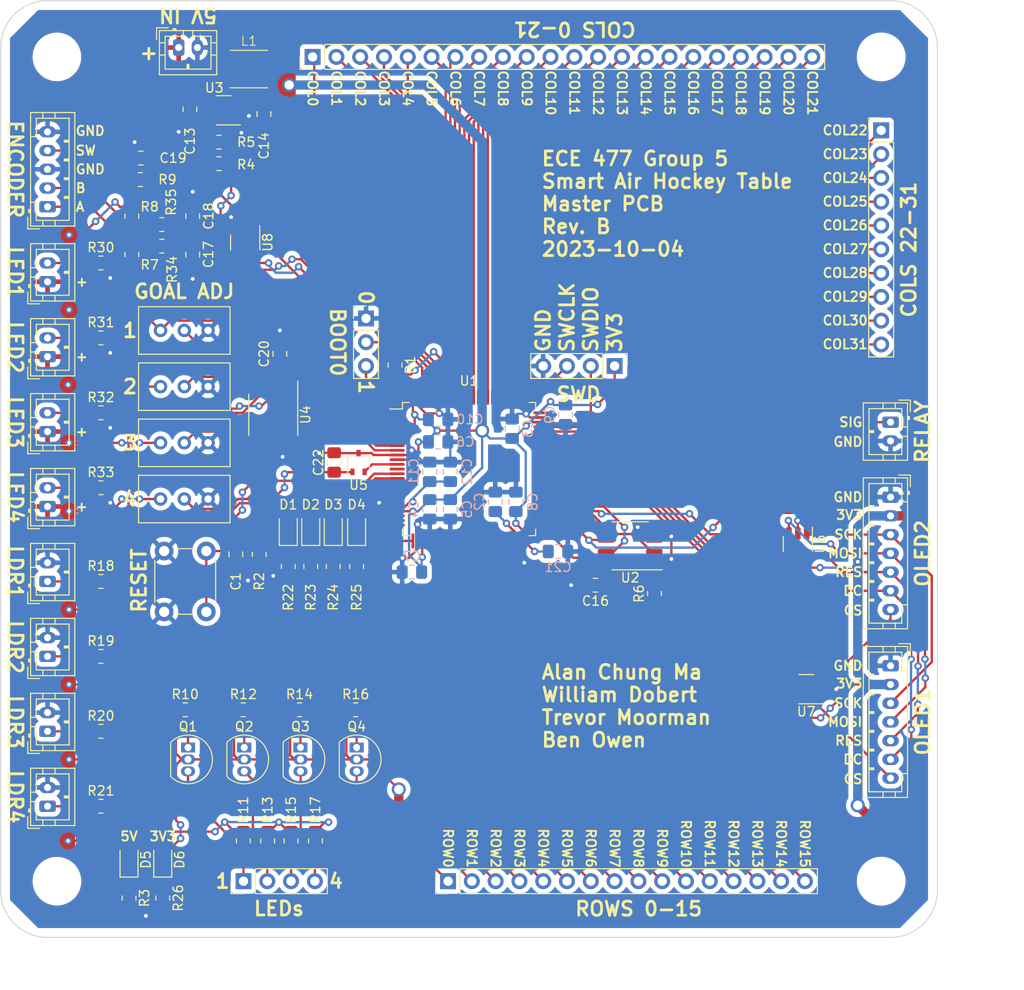
<source format=kicad_pcb>
(kicad_pcb (version 20221018) (generator pcbnew)
  (title_block (title "Master PCB") (date "2023-09-18") (rev "A") (company "ECE 477"))
  (layers (0 "F.Cu" signal) (31 "B.Cu" signal) (34 "B.Paste" user) (35 "F.Paste" user) (36 "B.SilkS" user "B.Silkscreen") (37 "F.SilkS" user "F.Silkscreen") (38 "B.Mask" user) (39 "F.Mask" user) (44 "Edge.Cuts" user))
  (net 0 "")
  (net 1 "/STM32/nRST")
  (net 2 "GND")
  (net 3 "Net-(U1-VCAP)")
  (net 4 "+3V3")
  (net 5 "/STM32/VREF")
  (net 6 "+5V")
  (net 7 "/Menu Encoder/ENCODER_A")
  (net 8 "/Menu Encoder/ENCODER_B")
  (net 9 "/Menu Encoder/ENCODER_SW")
  (net 10 "/COL0")
  (net 11 "/COL1")
  (net 12 "/COL2")
  (net 13 "/COL3")
  (net 14 "/COL4")
  (net 15 "/COL5")
  (net 16 "/COL6")
  (net 17 "/COL7")
  (net 18 "/COL8")
  (net 19 "/COL9")
  (net 20 "/COL10")
  (net 21 "/COL11")
  (net 22 "/COL12")
  (net 23 "/COL13")
  (net 24 "/COL14")
  (net 25 "/COL15")
  (net 26 "/COL16")
  (net 27 "/COL17")
  (net 28 "/COL18")
  (net 29 "/COL19")
  (net 30 "/COL20")
  (net 31 "/COL21")
  (net 32 "/COL22")
  (net 33 "/COL23")
  (net 34 "/COL24")
  (net 35 "/COL25")
  (net 36 "/COL26")
  (net 37 "/COL27")
  (net 38 "/COL28")
  (net 39 "/COL29")
  (net 40 "/COL30")
  (net 41 "/COL31")
  (net 42 "/SPI2SCK")
  (net 43 "/SPI2MOSI")
  (net 44 "/OLEDRES")
  (net 45 "/OLED1CS")
  (net 46 "/OLED2CS")
  (net 47 "/Goal Detector/LDR1IN")
  (net 48 "Net-(J6-Pin_2)")
  (net 49 "/Goal Detector/LDR2IN")
  (net 50 "Net-(J8-Pin_2)")
  (net 51 "/Goal Detector/LDR3IN")
  (net 52 "Net-(J5-Pin_2)")
  (net 53 "/Goal Detector/LDR4IN")
  (net 54 "Net-(J7-Pin_2)")
  (net 55 "/LED/LED1OUT")
  (net 56 "/LED/LED2OUT")
  (net 57 "/LED/LED3OUT")
  (net 58 "/LED/LED4OUT")
  (net 59 "Net-(JP1-C)")
  (net 60 "Net-(U3-SW)")
  (net 61 "/LED/LED1IN")
  (net 62 "/LED/LED2IN")
  (net 63 "/LED/LED3IN")
  (net 64 "/LED/LED4IN")
  (net 65 "/STM32/BOOT0")
  (net 66 "Net-(U3-FB)")
  (net 67 "/EEPROM/MEM1CS")
  (net 68 "Net-(SW2-A)")
  (net 69 "Net-(SW2-B)")
  (net 70 "Net-(SW2-S1)")
  (net 71 "Net-(U4A-+)")
  (net 72 "Net-(U4B-+)")
  (net 73 "Net-(U4C-+)")
  (net 74 "Net-(U4D-+)")
  (net 75 "/ROW0")
  (net 76 "/ROW1")
  (net 77 "/ROW2")
  (net 78 "/ROW3")
  (net 79 "/ROW4")
  (net 80 "/ROW5")
  (net 81 "/ROW6")
  (net 82 "/ROW7")
  (net 83 "/ROW8")
  (net 84 "/ROW9")
  (net 85 "/ROW10")
  (net 86 "/ROW11")
  (net 87 "/ROW12")
  (net 88 "/ROW13")
  (net 89 "/ROW14")
  (net 90 "/ROW15")
  (net 91 "/Goal Detector/LDR1OUT")
  (net 92 "/Goal Detector/LDR2OUT")
  (net 93 "/Goal Detector/LDR3OUT")
  (net 94 "/Goal Detector/LDR4OUT")
  (net 98 "/MEMMISO")
  (net 99 "/EEPROM/MEMHOLD")
  (net 100 "/EEPROM/MEMW")
  (net 101 "/OLEDDC")
  (net 102 "/STM32/RELAY")
  (net 103 "/STM32/DEBUG1")
  (net 104 "/STM32/DEBUG2")
  (net 105 "/STM32/SWDIO")
  (net 106 "/STM32/SWCLK")
  (net 107 "/STM32/DEBUG3")
  (net 108 "/STM32/DEBUG4")
  (net 109 "/STM32/OSC_IN")
  (net 110 "/STM32/OSC_OUT")
  (net 116 "Net-(D1-K)")
  (net 117 "Net-(D2-K)")
  (net 118 "Net-(D3-K)")
  (net 119 "Net-(D4-K)")
  (net 120 "Net-(D5-K)")
  (net 121 "Net-(D6-K)")
  (footprint "Resistor_SMD:R_0805_2012Metric_Pad1.20x1.40mm_HandSolder" (layer "F.Cu") (at 142.1 88.9 -90)
    (fp_text reference "R1")
    (fp_text value "10K")
  )
  (footprint "Resistor_SMD:R_0805_2012Metric_Pad1.20x1.40mm_HandSolder" (layer "F.Cu") (at 135.5 110.4 -90)
    (fp_text reference "R24")
    (fp_text value "100")
  )
  (footprint "Connector_PinHeader_2.54mm:PinHeader_1x16_P2.54mm_Vertical" (layer "F.Cu") (at 147.76 144 90)
    (fp_text reference "J1" hide)
    (fp_text value "Rows 0-15")
  )
  (footprint "Package_TO_SOT_SMD:SOT-23-6" (layer "F.Cu") (at 186 123.5 180)
    (fp_text reference "U7")
    (fp_text value "USBLC6-2SC6")
  )
  (footprint "Resistor_SMD:R_0805_2012Metric_Pad1.20x1.40mm_HandSolder" (layer "F.Cu") (at 113.7 145.8 -90)
    (fp_text reference "R3")
    (fp_text value "100")
  )
  (footprint "Resistor_SMD:R_0805_2012Metric_Pad1.20x1.40mm_HandSolder" (layer "F.Cu") (at 110.7 94)
    (fp_text reference "R32")
    (fp_text value "100")
  )
  (footprint "Connector_JST:JST_PH_B2B-PH-K_1x02_P2.00mm_Vertical" (layer "F.Cu") (at 105 96 90)
    (fp_text reference "J7" hide)
    (fp_text value "LED3")
  )
  (footprint "Resistor_SMD:R_0805_2012Metric_Pad1.20x1.40mm_HandSolder" (layer "F.Cu") (at 119.7 125.7)
    (fp_text reference "R10")
    (fp_text value "1K")
  )
  (footprint "Resistor_SMD:R_0805_2012Metric_Pad1.20x1.40mm_HandSolder" (layer "F.Cu") (at 133.6 139.7 -90)
    (fp_text reference "R17")
    (fp_text value "1K")
  )
  (footprint "Resistor_SMD:R_0805_2012Metric_Pad1.20x1.40mm_HandSolder" (layer "F.Cu") (at 114.9 69.1)
    (fp_text reference "R9")
    (fp_text value "1K")
  )
  (footprint "Connector_JST:JST_PH_B2B-PH-K_1x02_P2.00mm_Vertical" (layer "F.Cu") (at 105 128 90)
    (fp_text reference "J11" hide)
    (fp_text value "LDR3")
  )
  (footprint "MountingHole:MountingHole_3.2mm_M3" (layer "F.Cu") (at 106 56)
    (fp_text reference "H1" hide)
    (fp_text value "MountingHole")
  )
  (footprint "Resistor_SMD:R_0805_2012Metric_Pad1.20x1.40mm_HandSolder" (layer "F.Cu") (at 110.7 78)
    (fp_text reference "R30")
    (fp_text value "100")
  )
  (footprint "Resistor_SMD:R_0805_2012Metric_Pad1.20x1.40mm_HandSolder" (layer "F.Cu") (at 169.8 113.3 90)
    (fp_text reference "R6")
    (fp_text value "10K")
  )
  (footprint "Resistor_SMD:R_0805_2012Metric_Pad1.20x1.40mm_HandSolder" (layer "F.Cu") (at 114 73 -90)
    (fp_text reference "R8")
    (fp_text value "10K")
  )
  (footprint "Package_TO_SOT_SMD:SOT-23-5" (layer "F.Cu") (at 123.8 61.7 180)
    (fp_text reference "U3")
    (fp_text value "TLV62568DBV")
  )
  (footprint "MountingHole:MountingHole_3.2mm_M3" (layer "F.Cu") (at 194 144)
    (fp_text reference "H4" hide)
    (fp_text value "MountingHole")
  )
  (footprint "Package_QFP:LQFP-100_14x14mm_P0.5mm" (layer "F.Cu") (at 150 100)
    (fp_text reference "U1")
    (fp_text value "STM32U585VITx")
  )
  (footprint "Resistor_SMD:R_0805_2012Metric_Pad1.20x1.40mm_HandSolder" (layer "F.Cu") (at 110.7 128)
    (fp_text reference "R20")
    (fp_text value "10K")
  )
  (footprint "Connector_JST:JST_PH_B2B-PH-K_1x02_P2.00mm_Vertical" (layer "F.Cu") (at 105 88 90)
    (fp_text reference "J6" hide)
    (fp_text value "LED2")
  )
  (footprint "Resistor_SMD:R_0805_2012Metric_Pad1.20x1.40mm_HandSolder" (layer "F.Cu") (at 117.2 73.9 180)
    (fp_text reference "R35")
    (fp_text value "1K")
  )
  (footprint "Capacitor_SMD:C_0805_2012Metric_Pad1.18x1.45mm_HandSolder" (layer "F.Cu") (at 120.2 61.6 -90)
    (fp_text reference "C13")
    (fp_text value "4.7uF")
  )
  (footprint "Capacitor_SMD:C_0805_2012Metric_Pad1.18x1.45mm_HandSolder" (layer "F.Cu") (at 135.6 99.3 90)
    (fp_text reference "C22")
    (fp_text value "100nF")
  )
  (footprint "Resistor_SMD:R_0805_2012Metric_Pad1.20x1.40mm_HandSolder" (layer "F.Cu") (at 127.6 109.1 90)
    (fp_text reference "R2")
    (fp_text value "10K")
  )
  (footprint "Resistor_SMD:R_0805_2012Metric_Pad1.20x1.40mm_HandSolder" (layer "F.Cu") (at 110.7 120)
    (fp_text reference "R19")
    (fp_text value "10K")
  )
  (footprint "Package_TO_SOT_SMD:SOT-23-6" (layer "F.Cu") (at 185.1 108 -90)
    (fp_text reference "U6")
    (fp_text value "USBLC6-4SC6")
  )
  (footprint "Connector_PinHeader_2.54mm:PinHeader_1x03_P2.54mm_Vertical" (layer "F.Cu") (at 139 83.92)
    (fp_text reference "JP1" hide)
    (fp_text value "BOOT0 Jumper")
  )
  (footprint "Connector_JST:JST_PH_B2B-PH-K_1x02_P2.00mm_Vertical" (layer "F.Cu") (at 105 120 90)
    (fp_text reference "J10" hide)
    (fp_text value "LDR2")
  )
  (footprint "Connector_JST:JST_PH_B7B-PH-K_1x07_P2.00mm_Vertical" (layer "F.Cu") (at 195 121 -90)
    (fp_text reference "J15" hide)
    (fp_text value "OLED1")
  )
  (footprint "Potentiometer_THT:Potentiometer_Bourns_3296W_Vertical" (layer "F.Cu") (at 122.14 97.2)
    (fp_text reference "RV3" hide)
    (fp_text value "10K")
  )
  (footprint "LED_SMD:LED_0805_2012Metric_Pad1.15x1.40mm_HandSolder" (layer "F.Cu") (at 135.5 106.3 90)
    (fp_text reference "D3")
    (fp_text value "GRN")
  )
  (footprint "Resistor_SMD:R_0805_2012Metric_Pad1.20x1.40mm_HandSolder" (layer "F.Cu") (at 138 110.4 -90)
    (fp_text reference "R25")
    (fp_text value "100")
  )
  (footprint "Package_SO:TSSOP-14_4.4x5mm_P0.65mm" (layer "F.Cu") (at 129.1 94.2 -90)
    (fp_text reference "U4")
    (fp_text value "LM339")
  )
  (footprint "Connector_PinHeader_2.54mm:PinHeader_1x22_P2.54mm_Vertical" (layer "F.Cu") (at 133.3 56 90)
    (fp_text reference "J2" hide)
    (fp_text value "Cols 0-21")
  )
  (footprint "Package_TO_SOT_SMD:SOT-323_SC-70" (layer "F.Cu") (at 138.2 99.3 90)
    (fp_text reference "U5")
    (fp_text value "MAX7375AXR805")
  )
  (footprint "Resistor_SMD:R_0805_2012Metric_Pad1.20x1.40mm_HandSolder" (layer "F.Cu") (at 123.3 65.1)
    (fp_text reference "R5")
    (fp_text value "15K")
  )
  (footprint "Resistor_SMD:R_0805_2012Metric_Pad1.20x1.40mm_HandSolder" (layer "F.Cu") (at 114 77.1 90)
    (fp_text reference "R7")
    (fp_text value "10K")
  )
  (footprint "Connector_JST:JST_PH_B2B-PH-K_1x02_P2.00mm_Vertical" (layer "F.Cu") (at 105 112 90)
    (fp_text reference "J9" hide)
    (fp_text value "LDR1")
  )
  (footprint "Potentiometer_THT:Potentiometer_Bourns_3296W_Vertical" (layer "F.Cu") (at 122.14 85.2)
    (fp_text reference "RV1" hide)
    (fp_text value "10K")
  )
  (footprint "Potentiometer_THT:Potentiometer_Bourns_3296W_Vertical" (layer "F.Cu") (at 122.14 103.2)
    (fp_text reference "RV4" hide)
    (fp_text value "10K")
  )
  (footprint "Resistor_SMD:R_0805_2012Metric_Pad1.20x1.40mm_HandSolder" (layer "F.Cu") (at 130.7 110.4 -90)
    (fp_text reference "R22")
    (fp_text value "100")
  )
  (footprint "Resistor_SMD:R_0805_2012Metric_Pad1.20x1.40mm_HandSolder" (layer "F.Cu") (at 125.9 139.7 -90)
    (fp_text reference "R11")
    (fp_text value "1K")
  )
  (footprint "Resistor_SMD:R_0805_2012Metric_Pad1.20x1.40mm_HandSolder" (layer "F.Cu") (at 137.9 125.7)
    (fp_text reference "R16")
    (fp_text value "1K")
  )
  (footprint "Capacitor_SMD:C_0805_2012Metric_Pad1.18x1.45mm_HandSolder" (layer "F.Cu") (at 129.8 87.7 90)
    (fp_text reference "C20")
    (fp_text value "100nF")
  )
  (footprint "Resistor_SMD:R_0805_2012Metric_Pad1.20x1.40mm_HandSolder" (layer "F.Cu") (at 125.9 125.7)
    (fp_text reference "R12")
    (fp_text value "1K")
  )
  (footprint "Resistor_SMD:R_0805_2012Metric_Pad1.20x1.40mm_HandSolder" (layer "F.Cu") (at 128.5 139.7 -90)
    (fp_text reference "R13")
    (fp_text value "1K")
  )
  (footprint "LED_SMD:LED_0805_2012Metric_Pad1.15x1.40mm_HandSolder" (layer "F.Cu") (at 133.1 106.3 90)
    (fp_text reference "D2")
    (fp_text value "YLW")
  )
  (footprint "Capacitor_SMD:C_0805_2012Metric_Pad1.18x1.45mm_HandSolder" (layer "F.Cu") (at 128.1 62.1 -90)
    (fp_text reference "C14")
    (fp_text value "10uF")
  )
  (footprint "Resistor_SMD:R_0805_2012Metric_Pad1.20x1.40mm_HandSolder" (layer "F.Cu") (at 131 139.7 -90)
    (fp_text reference "R15")
    (fp_text value "1K")
  )
  (footprint "Connector_PinHeader_2.54mm:PinHeader_1x10_P2.54mm_Vertical" (layer "F.Cu") (at 194 63.84)
    (fp_text reference "J3" hide)
    (fp_text value "Cols 22-31")
  )
  (footprint "MountingHole:MountingHole_3.2mm_M3" (layer "F.Cu") (at 106 144)
    (fp_text reference "H3" hide)
    (fp_text value "MountingHole")
  )
  (footprint "Resistor_SMD:R_0805_2012Metric_Pad1.20x1.40mm_HandSolder" (layer "F.Cu") (at 110.7 102)
    (fp_text reference "R33")
    (fp_text value "100")
  )
  (footprint "Connector_JST:JST_PH_B2B-PH-K_1x02_P2.00mm_Vertical" (layer "F.Cu") (at 195 95 -90)
    (fp_text reference "J17" hide)
    (fp_text value "Relay Conn")
  )
  (footprint "Resistor_SMD:R_0805_2012Metric_Pad1.20x1.40mm_HandSolder" (layer "F.Cu") (at 117.2 76.2 180)
    (fp_text reference "R34")
    (fp_text value "1K")
  )
  (footprint "Package_TO_SOT_THT:TO-92_Inline" (layer "F.Cu") (at 120 129.73 -90)
    (fp_text reference "Q1")
    (fp_text value "2N7000")
  )
  (footprint "Capacitor_SMD:C_0805_2012Metric_Pad1.18x1.45mm_HandSolder" (layer "F.Cu") (at 163.5 112.4 180)
    (fp_text reference "C16")
    (fp_text value "100nF")
  )
  (footprint "Connector_PinHeader_2.54mm:PinHeader_1x04_P2.54mm_Vertical" (layer "F.Cu") (at 125.92 144 90)
    (fp_text reference "J14" hide)
    (fp_text value "LED Conn")
  )
  (footprint "Resistor_SMD:R_0805_2012Metric_Pad1.20x1.40mm_HandSolder" (layer "F.Cu") (at 117.3 145.8 -90)
    (fp_text reference "R26")
    (fp_text value "100")
  )
  (footprint "Capacitor_SMD:C_0805_2012Metric_Pad1.18x1.45mm_HandSolder" (layer "F.Cu") (at 125.1 109.1 -90)
    (fp_text reference "C1")
    (fp_text value "100nF")
  )
  (footprint "Package_SO:SO-8_3.9x4.9mm_P1.27mm" (layer "F.Cu") (at 167.2 108.2 180)
    (fp_text reference "U2")
    (fp_text value "M95P32-IXMNT")
  )
  (footprint "Capacitor_SMD:C_0805_2012Metric_Pad1.18x1.45mm_HandSolder" (layer "F.Cu") (at 120.5 73 90)
    (fp_text reference "C18")
    (fp_text value "10nF")
  )
  (footprint "Resistor_SMD:R_0805_2012Metric_Pad1.20x1.40mm_HandSolder" (layer "F.Cu") (at 133.1 110.4 -90)
    (fp_text reference "R23")
    (fp_text value "100")
  )
  (footprint "Resistor_SMD:R_0805_2012Metric_Pad1.20x1.40mm_HandSolder" (layer "F.Cu") (at 110.7 136)
    (fp_text reference "R21")
    (fp_text value "10K")
  )
  (footprint "Package_TO_SOT_SMD:SOT-23-6" (layer "F.Cu") (at 126.1 75.8 -90)
    (fp_text reference "U8")
    (fp_text value "USBLC6-2SC6")
  )
  (footprint "Resistor_SMD:R_0805_2012Metric_Pad1.20x1.40mm_HandSolder" (layer "F.Cu") (at 123.3 67.4 180)
    (fp_text reference "R4")
    (fp_text value "68K")
  )
  (footprint "LED_SMD:LED_0805_2012Metric_Pad1.15x1.40mm_HandSolder" (layer "F.Cu") (at 113.7 141.7 90)
    (fp_text reference "D5")
    (fp_text value "GRN")
  )
  (footprint "Resistor_SMD:R_0805_2012Metric_Pad1.20x1.40mm_HandSolder" (layer "F.Cu") (at 131.9 125.7)
    (fp_text reference "R14")
    (fp_text value "1K")
  )
  (footprint "Connector_PinHeader_2.54mm:PinHeader_1x04_P2.54mm_Vertical" (layer "F.Cu") (at 165.54 89 -90)
    (fp_text reference "J13" hide)
    (fp_text value "SWD Conn")
  )
  (footprint "Resistor_SMD:R_0805_2012Metric_Pad1.20x1.40mm_HandSolder" (layer "F.Cu") (at 110.7 112)
    (fp_text reference "R18")
    (fp_text value "10K")
  )
  (footprint "Button_Switch_THT:SW_PUSH_6mm" (layer "F.Cu") (at 117.45 115.25 90)
    (fp_text reference "SW1" hide)
    (fp_text value "nRST")
  )
  (footprint "Connector_JST:JST_PH_B2B-PH-K_1x02_P2.00mm_Vertical" (layer "F.Cu") (at 105 136 90)
    (fp_text reference "J12" hide)
    (fp_text value "LDR4")
  )
  (footprint "Package_TO_SOT_THT:TO-92_Inline" (layer "F.Cu") (at 132 129.73 -90)
    (fp_text reference "Q3")
    (fp_text value "2N7000")
  )
  (footprint "MountingHole:MountingHole_3.2mm_M3" (layer "F.Cu") (at 194 56)
    (fp_text reference "H2" hide)
    (fp_text value "MountingHole")
  )
  (footprint "Capacitor_SMD:C_0805_2012Metric_Pad1.18x1.45mm_HandSolder" (layer "F.Cu") (at 114.9625 66.8 180)
    (fp_text reference "C19")
    (fp_text value "10nF")
  )
  (footprint "Inductor_SMD_Other:L_4.0x4.0_H1.8" (layer "F.Cu") (at 126.5 57.3)
    (fp_text reference "L1")
    (fp_text value "2.2uH")
  )
  (footprint "LED_SMD:LED_0805_2012Metric_Pad1.15x1.40mm_HandSolder" (layer "F.Cu") (at 138 106.3 90)
    (fp_text reference "D4")
    (fp_text value "BLU")
  )
  (footprint "Potentiometer_THT:Potentiometer_Bourns_3296W_Vertical" (layer "F.Cu") (at 122.14 91.2)
    (fp_text reference "RV2" hide)
    (fp_text value "10K")
  )
  (footprint "Package_TO_SOT_THT:TO-92_Inline" (layer "F.Cu") (at 126 129.73 -90)
    (fp_text reference "Q2")
    (fp_text value "2N7000")
  )
  (footprint "LED_SMD:LED_0805_2012Metric_Pad1.15x1.40mm_HandSolder" (layer "F.Cu") (at 117.3 141.7 90)
    (fp_text reference "D6")
    (fp_text value "GRN")
  )
  (footprint "Connector_JST:JST_PH_B2B-PH-K_1x02_P2.00mm_Vertical" (layer "F.Cu") (at 105 104 90)
    (fp_text reference "J8" hide)
    (fp_text value "LED4")
  )
  (footprint "Package_TO_SOT_THT:TO-92_Inline" (layer "F.Cu") (at 138 129.73 -90)
    (fp_text reference "Q4")
    (fp_text value "2N7000")
  )
  (footprint "Connector_JST:JST_PH_B5B-PH-K_1x05_P2.00mm_Vertical" (layer "F.Cu") (at 105 72 90)
    (fp_text reference "SW2" hide)
    (fp_text value "Menu Encoder")
  )
  (footprint "Connector_JST:JST_PH_B2B-PH-K_1x02_P2.00mm_Vertical" (layer "F.Cu") (at 119 55)
    (fp_text reference "J4" hide)
    (fp_text value "5V_IN")
  )
  (footprint "Resistor_SMD:R_0805_2012Metric_Pad1.20x1.40mm_HandSolder" (layer "F.Cu") (at 110.7 86)
    (fp_text reference "R31")
    (fp_text value "100")
  )
  (footprint "Connector_JST:JST_PH_B2B-PH-K_1x02_P2.00mm_Vertical" (layer "F.Cu") (at 105 80 90)
    (fp_text reference "J5" hide)
    (fp_text value "LED1")
  )
  (footprint "LED_SMD:LED_0805_2012Metric_Pad1.15x1.40mm_HandSolder" (layer "F.Cu") (at 130.7 106.3 90)
    (fp_text reference "D1")
    (fp_text value "RED")
  )
  (footprint "Capacitor_SMD:C_0805_2012Metric_Pad1.18x1.45mm_HandSolder" (layer "F.Cu") (at 120.5 77.1 -90)
    (fp_text reference "C17")
    (fp_text value "10nF")
  )
  (footprint "Connector_JST:JST_PH_B7B-PH-K_1x07_P2.00mm_Vertical" (layer "F.Cu") (at 195 103 -90)
    (fp_text reference "J16" hide)
    (fp_text value "OLED2")
  )
  (footprint "Capacitor_SMD:C_0805_2012Metric_Pad1.18x1.45mm_HandSolder" (layer "B.Cu") (at 143.9 111 180)
    (fp_text reference "C7")
    (fp_text value "100nF")
  )
  (footprint "Capacitor_SMD:C_0805_2012Metric_Pad1.18x1.45mm_HandSolder" (layer "B.Cu") (at 152.8 103.5 90)
    (fp_text reference "C2")
    (fp_text value "4.7uF")
  )
  (footprint "Capacitor_SMD:C_0805_2012Metric_Pad1.18x1.45mm_HandSolder" (layer "B.Cu") (at 146.7 97.1)
    (fp_text reference "C6")
    (fp_text value "100nF")
  )
  (footprint "Capacitor_SMD:C_0805_2012Metric_Pad1.18x1.45mm_HandSolder" (layer "B.Cu") (at 146.7 94.7)
    (fp_text reference "C10")
    (fp_text value "1uF")
  )
  (footprint "Capacitor_SMD:C_0805_2012Metric_Pad1.18x1.45mm_HandSolder" (layer "B.Cu") (at 159.5 108.8)
    (fp_text reference "C21")
    (fp_text value "100nF")
  )
  (footprint "Capacitor_SMD:C_0805_2012Metric_Pad1.18x1.45mm_HandSolder" (layer "B.Cu") (at 160.3 94.2 -90)
    (fp_text reference "C9")
    (fp_text value "100nF")
  )
  (footprint "Capacitor_SMD:C_0805_2012Metric_Pad1.18x1.45mm_HandSolder" (layer "B.Cu") (at 145.8 100.3 90)
    (fp_text reference "C11")
    (fp_text value "100nF")
  )
  (footprint "Capacitor_SMD:C_0805_2012Metric_Pad1.18x1.45mm_HandSolder" (layer "B.Cu") (at 148 100.3 90)
    (fp_text reference "C12")
    (fp_text value "1uF")
  )
  (footprint "Capacitor_SMD:C_0805_2012Metric_Pad1.18x1.45mm_HandSolder" (layer "B.Cu") (at 145.8 104.3 -90)
    (fp_text reference "C4")
    (fp_text value "100nF")
  )
  (footprint "Capacitor_SMD:C_0805_2012Metric_Pad1.18x1.45mm_HandSolder" (layer "B.Cu") (at 148 104.3 -90)
    (fp_text reference "C5")
    (fp_text value "1uF")
  )
  (footprint "Capacitor_SMD:C_0805_2012Metric_Pad1.18x1.45mm_HandSolder" (layer "B.Cu") (at 155 103.5 90)
    (fp_text reference "C8")
    (fp_text value "100nF")
  )
  (footprint "Capacitor_SMD:C_0805_2012Metric_Pad1.18x1.45mm_HandSolder" (layer "B.Cu") (at 154.6 95.7 90)
    (fp_text reference "C3")
    (fp_text value "100nF")
  )
  (gr_arc (start 195 50) (mid 198.535534 51.464466) (end 200 55) (stroke (width 0.1)) (layer "Edge.Cuts"))
  (gr_arc (start 100 55) (mid 101.464466 51.464466) (end 105 50) (stroke (width 0.1)) (layer "Edge.Cuts"))
  (gr_line (start 195 150) (end 105 150) (stroke (width 0.1)) (layer "Edge.Cuts"))
  (gr_arc (start 200 145) (mid 198.535534 148.535534) (end 195 150) (stroke (width 0.1)) (layer "Edge.Cuts"))
  (gr_line (start 105 50) (end 195 50) (stroke (width 0.1)) (layer "Edge.Cuts"))
  (gr_line (start 200 55) (end 200 145) (stroke (width 0.1)) (layer "Edge.Cuts"))
  (gr_line (start 100 145) (end 100 55) (stroke (width 0.1)) (layer "Edge.Cuts"))
  (gr_arc (start 105 150) (mid 101.464466 148.535534) (end 100 145) (stroke (width 0.1)) (layer "Edge.Cuts"))
  (gr_text "SW" (at 107.9 66) (layer "F.SilkS") (effects (font (size 1 1) (thickness 0.2) bold) (justify left)))
  (gr_text "COL17" (at 176.48 57.33 270) (layer "F.SilkS") (effects (font (size 1 1) (thickness 0.2) bold) (justify left)))
  (gr_text "COL0" (at 133.3 57.33 270) (layer "F.SilkS") (effects (font (size 1 1) (thickness 0.2) bold) (justify left)))
  (gr_text "SWDIO" (at 163 87.67 90) (layer "F.SilkS") (effects (font (size 1.5 1.5) (thickness 0.3) bold) (justify left)))
  (gr_text "COL6" (at 148.54 57.33 270) (layer "F.SilkS") (effects (font (size 1 1) (thickness 0.2) bold) (justify left)))
  (gr_text "Alan Chung Ma\nWilliam Dobert\nTrevor Moorman\nBen Owen" (at 157.6 129.8) (layer "F.SilkS") (effects (font (size 1.5 1.5) (thickness 0.3) bold) (justify left bottom)))
  (gr_text "RELAY" (at 197.55 96 90) (layer "F.SilkS") (effects (font (size 1.5 1.5) (thickness 0.3) bold) (justify top)))
  (gr_text "GND" (at 157.92 87.67 90) (layer "F.SilkS") (effects (font (size 1.5 1.5) (thickness 0.3) bold) (justify left)))
  (gr_text "0" (at 139 82.6 -90) (layer "F.SilkS") (effects (font (size 1.5 1.5) (thickness 0.3) bold) (justify right)))
  (gr_text "GOAL ADJ" (at 119.6 81.92) (layer "F.SilkS") (effects (font (size 1.5 1.5) (thickness 0.3) bold) (justify bottom)))
  (gr_text "GND" (at 107.9 63.9) (layer "F.SilkS") (effects (font (size 1 1) (thickness 0.2) bold) (justify left)))
  (gr_text "ROW10" (at 173.16 142.67 270) (layer "F.SilkS") (effects (font (size 1 1) (thickness 0.2) bold) (justify right)))
  (gr_text "GND" (at 192.1 103) (layer "F.SilkS") (effects (font (size 1 1) (thickness 0.2) bold) (justify right)))
  (gr_text "CS" (at 192.1 115.1) (layer "F.SilkS") (effects (font (size 1 1) (thickness 0.2) bold) (justify right)))
  (gr_text "COL3" (at 140.92 57.33 270) (layer "F.SilkS") (effects (font (size 1 1) (thickness 0.2) bold) (justify left)))
  (gr_text "4" (at 114.715 103.205) (layer "F.SilkS") (effects (font (size 1.5 1.5) (thickness 0.3) bold) (justify right)))
  (gr_text "LDR1" (at 102.44 111 -90) (layer "F.SilkS") (effects (font (size 1.5 1.5) (thickness 0.3) bold) (justify top)))
  (gr_text "ROW9" (at 170.62 142.67 270) (layer "F.SilkS") (effects (font (size 1 1) (thickness 0.2) bold) (justify right)))
  (gr_text "3" (at 114.715 97.205) (layer "F.SilkS") (effects (font (size 1.5 1.5) (thickness 0.3) bold) (justify right)))
  (gr_text "COL4" (at 143.46 57.33 270) (layer "F.SilkS") (effects (font (size 1 1) (thickness 0.2) bold) (justify left)))
  (gr_text "COL26" (at 192.67 73.98) (layer "F.SilkS") (effects (font (size 1 1) (thickness 0.2) bold) (justify right)))
  (gr_text "ROW4" (at 157.92 142.67 270) (layer "F.SilkS") (effects (font (size 1 1) (thickness 0.2) bold) (justify right)))
  (gr_text "GND" (at 192.1 121) (layer "F.SilkS") (effects (font (size 1 1) (thickness 0.2) bold) (justify right)))
  (gr_text "COLS 22-31" (at 196.08 76.57 90) (layer "F.SilkS") (effects (font (size 1.5 1.5) (thickness 0.3) bold) (justify top)))
  (gr_text "COL5" (at 146 57.33 270) (layer "F.SilkS") (effects (font (size 1 1) (thickness 0.2) bold) (justify left)))
  (gr_text "COL30" (at 192.67 84.14) (layer "F.SilkS") (effects (font (size 1 1) (thickness 0.2) bold) (justify right)))
  (gr_text "MOSI" (at 192.09 109) (layer "F.SilkS") (effects (font (size 1 1) (thickness 0.2) bold) (justify right)))
  (gr_text "COL7" (at 151.08 57.33 270) (layer "F.SilkS") (effects (font (size 1 1) (thickness 0.2) bold) (justify left)))
  (gr_text "3V3" (at 117.3 139.8) (layer "F.SilkS") (effects (font (size 1 1) (thickness 0.2) bold) (justify bottom)))
  (gr_text "COL9" (at 156.16 57.33 270) (layer "F.SilkS") (effects (font (size 1 1) (thickness 0.2) bold) (justify left)))
  (gr_text "COL24" (at 192.67 68.92) (layer "F.SilkS") (effects (font (size 1 1) (thickness 0.2) bold) (justify right)))
  (gr_text "ENCODER" (at 102.44 68 270) (layer "F.SilkS") (effects (font (size 1.5 1.5) (thickness 0.3) bold) (justify top)))
  (gr_text "ECE 477 Group 5\nSmart Air Hockey Table\nMaster PCB\nRev. B\n2023-10-04" (at 157.6 77.4) (layer "F.SilkS") (effects (font (size 1.5 1.5) (thickness 0.3) bold) (justify left bottom)))
  (gr_text "COL19" (at 181.56 57.33 270) (layer "F.SilkS") (effects (font (size 1 1) (thickness 0.2) bold) (justify left)))
  (gr_text "COL20" (at 184.1 57.33 270) (layer "F.SilkS") (effects (font (size 1 1) (thickness 0.2) bold) (justify left)))
  (gr_text "COL15" (at 171.4 57.33 270) (layer "F.SilkS") (effects (font (size 1 1) (thickness 0.2) bold) (justify left)))
  (gr_text "4" (at 134.87 144) (layer "F.SilkS") (effects (font (size 1.5 1.5) (thickness 0.3) bold) (justify left)))
  (gr_text "COL28" (at 192.67 79.06) (layer "F.SilkS") (effects (font (size 1 1) (thickness 0.2) bold) (justify right)))
  (gr_text "1" (at 114.715 85.205) (layer "F.SilkS") (effects (font (size 1.5 1.5) (thickness 0.3) bold) (justify right)))
  (gr_text "RES" (at 192.09 111) (layer "F.SilkS") (effects (font (size 1 1) (thickness 0.2) bold) (justify right)))
  (gr_text "COL12" (at 163.78 57.33 270) (layer "F.SilkS") (effects (font (size 1 1) (thickness 0.2) bold) (justify left)))
  (gr_text "+" (at 107.9 96) (layer "F.SilkS") (effects (font (size 1 1) (thickness 0.2) bold) (justify left)))
  (gr_text "COL22" (at 192.67 63.84) (layer "F.SilkS") (effects (font (size 1 1) (thickness 0.2) bold) (justify right)))
  (gr_text "DC" (at 192.1 131) (layer "F.SilkS") (effects (font (size 1 1) (thickness 0.2) bold) (justify right)))
  (gr_text "ROW13" (at 180.78 142.67 270) (layer "F.SilkS") (effects (font (size 1 1) (thickness 0.2) bold) (justify right)))
  (gr_text "RESET" (at 115.65 111.9 90) (layer "F.SilkS") (effects (font (size 1.5 1.5) (thickness 0.3) bold) (justify bottom)))
  (gr_text "3V3" (at 192.1 122.9) (layer "F.SilkS") (effects (font (size 1 1) (thickness 0.2) bold) (justify right)))
  (gr_text "1" (at 139 90.33 -90) (layer "F.SilkS") (effects (font (size 1.5 1.5) (thickness 0.3) bold) (justify left)))
  (gr_text "LED3" (at 102.44 95 -90) (layer "F.SilkS") (effects (font (size 1.5 1.5) (thickness 0.3) bold) (justify top)))
  (gr_text "COL8" (at 153.62 57.33 270) (layer "F.SilkS") (effects (font (size 1 1) (thickness 0.2) bold) (justify left)))
  (gr_text "COL11" (at 161.24 57.33 270) (layer "F.SilkS") (effects (font (size 1 1) (thickness 0.2) bold) (justify left)))
  (gr_text "CS" (at 192.1 133.1) (layer "F.SilkS") (effects (font (size 1 1) (thickness 0.2) bold) (justify right)))
  (gr_text "COL18" (at 179.02 57.33 270) (layer "F.SilkS") (effects (font (size 1 1) (thickness 0.2) bold) (justify left)))
  (gr_text "B" (at 107.91 70) (layer "F.SilkS") (effects (font (size 1 1) (thickness 0.2) bold) (justify left)))
  (gr_text "COL27" (at 192.67 76.52) (layer "F.SilkS") (effects (font (size 1 1) (thickness 0.2) bold) (justify right)))
  (gr_text "OLED2" (at 197.56 109 90) (layer "F.SilkS") (effects (font (size 1.5 1.5) (thickness 0.3) bold) (justify top)))
  (gr_text "COL16" (at 173.94 57.33 270) (layer "F.SilkS") (effects (font (size 1 1) (thickness 0.2) bold) (justify left)))
  (gr_text "SIG" (at 192.1 95) (layer "F.SilkS") (effects (font (size 1 1) (thickness 0.2) bold) (justify right)))
  (gr_text "ROW14" (at 183.32 142.67 270) (layer "F.SilkS") (effects (font (size 1 1) (thickness 0.2) bold) (justify right)))
  (gr_text "SWCLK" (at 160.46 87.67 90) (layer "F.SilkS") (effects (font (size 1.5 1.5) (thickness 0.3) bold) (justify left)))
  (gr_text "2" (at 114.715 91.205) (layer "F.SilkS") (effects (font (size 1.5 1.5) (thickness 0.3) bold) (justify right)))
  (gr_text "ROW11" (at 175.7 142.67 270) (layer "F.SilkS") (effects (font (size 1 1) (thickness 0.2) bold) (justify right)))
  (gr_text "ROW3" (at 155.38 142.67 270) (layer "F.SilkS") (effects (font (size 1 1) (thickness 0.2) bold) (justify right)))
  (gr_text "COL29" (at 192.67 81.6) (layer "F.SilkS") (effects (font (size 1 1) (thickness 0.2) bold) (justify right)))
  (gr_text "DC" (at 192.1 113) (layer "F.SilkS") (effects (font (size 1 1) (thickness 0.2) bold) (justify right)))
  (gr_text "+" (at 116.94 55.55) (layer "F.SilkS") (effects (font (size 1.5 1.5) (thickness 0.3) bold) (justify right)))
  (gr_text "LED4" (at 102.44 103 -90) (layer "F.SilkS") (effects (font (size 1.5 1.5) (thickness 0.3) bold) (justify top)))
  (gr_text "3V3" (at 192.1 104.9) (layer "F.SilkS") (effects (font (size 1 1) (thickness 0.2) bold) (justify right)))
  (gr_text "COL14" (at 168.86 57.33 270) (layer "F.SilkS") (effects (font (size 1 1) (thickness 0.2) bold) (justify left)))
  (gr_text "LEDs" (at 129.7 146.05) (layer "F.SilkS") (effects (font (size 1.5 1.5) (thickness 0.3) bold) (justify top)))
  (gr_text "RES" (at 192.09 129) (layer "F.SilkS") (effects (font (size 1 1) (thickness 0.2) bold) (justify right)))
  (gr_text "+" (at 107.9 104) (layer "F.SilkS") (effects (font (size 1 1) (thickness 0.2) bold) (justify left)))
  (gr_text "ROW1" (at 150.3 142.67 270) (layer "F.SilkS") (effects (font (size 1 1) (thickness 0.2) bold) (justify right)))
  (gr_text "1" (at 124.6 144) (layer "F.SilkS") (effects (font (size 1.5 1.5) (thickness 0.3) bold) (justify right)))
  (gr_text "LDR3" (at 102.44 127 -90) (layer "F.SilkS") (effects (font (size 1.5 1.5) (thickness 0.3) bold) (justify top)))
  (gr_text "COL25" (at 192.67 71.44) (layer "F.SilkS") (effects (font (size 1 1) (thickness 0.2) bold) (justify right)))
  (gr_text "5V" (at 113.7 139.8) (layer "F.SilkS") (effects (font (size 1 1) (thickness 0.2) bold) (justify bottom)))
  (gr_text "3V3" (at 165.54 87.67 90) (layer "F.SilkS") (effects (font (size 1.5 1.5) (thickness 0.3) bold) (justify left)))
  (gr_text "ROWS 0-15" (at 168.11 146.08) (layer "F.SilkS") (effects (font (size 1.5 1.5) (thickness 0.3) bold) (justify top)))
  (gr_text "LED2" (at 102.44 87 270) (layer "F.SilkS") (effects (font (size 1.5 1.5) (thickness 0.3) bold) (justify top)))
  (gr_text "SCK" (at 192.1 125) (layer "F.SilkS") (effects (font (size 1 1) (thickness 0.2) bold) (justify right)))
  (gr_text "COL13" (at 166.32 57.33 270) (layer "F.SilkS") (effects (font (size 1 1) (thickness 0.2) bold) (justify left)))
  (gr_text "SCK" (at 192.1 107) (layer "F.SilkS") (effects (font (size 1 1) (thickness 0.2) bold) (justify right)))
  (gr_text "ROW2" (at 152.84 142.67 270) (layer "F.SilkS") (effects (font (size 1 1) (thickness 0.2) bold) (justify right)))
  (gr_text "LED1" (at 102.44 79 -90) (layer "F.SilkS") (effects (font (size 1.5 1.5) (thickness 0.3) bold) (justify top)))
  (gr_text "COL31" (at 192.67 86.68) (layer "F.SilkS") (effects (font (size 1 1) (thickness 0.2) bold) (justify right)))
  (gr_text "LDR4" (at 102.44 135 270) (layer "F.SilkS") (effects (font (size 1.5 1.5) (thickness 0.3) bold) (justify top)))
  (gr_text "ROW6" (at 163 142.67 270) (layer "F.SilkS") (effects (font (size 1 1) (thickness 0.2) bold) (justify right)))
  (gr_text "ROW15" (at 185.86 142.67 270) (layer "F.SilkS") (effects (font (size 1 1) (thickness 0.2) bold) (justify right)))
  (gr_text "ROW5" (at 160.46 142.67 270) (layer "F.SilkS") (effects (font (size 1 1) (thickness 0.2) bold) (justify right)))
  (gr_text "LDR2" (at 102.44 119 270) (layer "F.SilkS") (effects (font (size 1.5 1.5) (thickness 0.3) bold) (justify top)))
  (gr_text "5V IN" (at 120 52.44 180) (layer "F.SilkS") (effects (font (size 1.5 1.5) (thickness 0.3) bold) (justify top)))
  (gr_text "COL23" (at 192.67 66.38) (layer "F.SilkS") (effects (font (size 1 1) (thickness 0.2) bold) (justify right)))
  (gr_text "A" (at 107.91 72) (layer "F.SilkS") (effects (font (size 1 1) (thickness 0.2) bold) (justify left)))
  (gr_text "COL1" (at 135.84 57.33 270) (layer "F.SilkS") (effects (font (size 1 1) (thickness 0.2) bold) (justify left)))
  (gr_text "ROW7" (at 165.54 142.67 270) (layer "F.SilkS") (effects (font (size 1 1) (thickness 0.2) bold) (justify right)))
  (gr_text "BOOT0" (at 136.85 86.46 -90) (layer "F.SilkS") (effects (font (size 1.5 1.5) (thickness 0.3) bold) (justify top)))
  (gr_text "SWD" (at 161.7 91.15) (layer "F.SilkS") (effects (font (size 1.5 1.5) (thickness 0.3) bold) (justify top)))
  (gr_text "COL10" (at 158.7 57.33 270) (layer "F.SilkS") (effects (font (size 1 1) (thickness 0.2) bold) (justify left)))
  (gr_text "MOSI" (at 192.09 127) (layer "F.SilkS") (effects (font (size 1 1) (thickness 0.2) bold) (justify right)))
  (gr_text "+" (at 107.9 88) (layer "F.SilkS") (effects (font (size 1 1) (thickness 0.2) bold) (justify left)))
  (gr_text "COLS 0-21" (at 161.27 53.92 180) (layer "F.SilkS") (effects (font (size 1.5 1.5) (thickness 0.3) bold) (justify top)))
  (gr_text "ROW12" (at 178.24 142.67 270) (layer "F.SilkS") (effects (font (size 1 1) (thickness 0.2) bold) (justify right)))
  (gr_text "GND" (at 107.91 68) (layer "F.SilkS") (effects (font (size 1 1) (thickness 0.2) bold) (justify left)))
  (gr_text "+" (at 107.91 80) (layer "F.SilkS") (effects (font (size 1 1) (thickness 0.2) bold) (justify left)))
  (gr_text "OLED1" (at 197.56 127 90) (layer "F.SilkS") (effects (font (size 1.5 1.5) (thickness 0.3) bold) (justify top)))
  (gr_text "GND" (at 192.1 97.1) (layer "F.SilkS") (effects (font (size 1 1) (thickness 0.2) bold) (justify right)))
  (gr_text "COL21" (at 186.64 57.33 270) (layer "F.SilkS") (effects (font (size 1 1) (thickness 0.2) bold) (justify left)))
  (gr_text "ROW0" (at 147.76 142.67 270) (layer "F.SilkS") (effects (font (size 1 1) (thickness 0.2) bold) (justify right)))
  (gr_text "COL2" (at 138.38 57.33 270) (layer "F.SilkS") (effects (font (size 1 1) (thickness 0.2) bold) (justify left)))
  (gr_text "ROW8" (at 168.08 142.67 270) (layer "F.SilkS") (effects (font (size 1 1) (thickness 0.2) bold) (justify right)))
  (segment (start 139.125 101.25) (end 139.875 100.5) (width 0.25) (layer "F.Cu") (net 1))
  (segment (start 139.875 100.5) (end 142.325 100.5) (width 0.25) (layer "F.Cu") (net 1))
  (segment (start 125.1 108.0625) (end 124.4125 108.75) (width 0.25) (layer "F.Cu") (net 1))
  (segment (start 125.1 108.0625) (end 127.5625 108.0625) (width 0.25) (layer "F.Cu") (net 1))
  (segment (start 127.6 108.1) (end 127.6 103.2) (width 0.25) (layer "F.Cu") (net 1))
  (segment (start 129.55 101.25) (end 139.125 101.25) (width 0.25) (layer "F.Cu") (net 1))
  (segment (start 127.6 103.2) (end 129.55 101.25) (width 0.25) (layer "F.Cu") (net 1))
  (segment (start 121.95 108.75) (end 121.95 115.25) (width 0.25) (layer "F.Cu") (net 1))
  (segment (start 124.4125 108.75) (end 121.95 108.75) (width 0.25) (layer "F.Cu") (net 1))
  (segment (start 127.5625 108.0625) (end 127.6 108.1) (width 0.25) (layer "F.Cu") (net 1))
  (segment (start 137.9 98.3) (end 135.6375 98.3) (width 0.25) (layer "F.Cu") (net 2))
  (segment (start 155.5 109.6) (end 155.9 110) (width 0.25) (layer "F.Cu") (net 2))
  (segment (start 135.6375 98.3) (end 135.6 98.2625) (width 0.25) (layer "F.Cu") (net 2))
  (segment (start 140.5 103.5) (end 140.4 103.6) (width 0.25) (layer "F.Cu") (net 2))
  (segment (start 144.5 92.325) (end 144.5 93.190685) (width 0.25) (layer "F.Cu") (net 2))
  (segment (start 127.3375 63.1375) (end 126.5 62.3) (width 0.25) (layer "F.Cu") (net 2))
  (segment (start 143.540685 109.5) (end 142.9 109.5) (width 0.25) (layer "F.Cu") (net 2))
  (segment (start 114.6 146.8) (end 115.5 147.7) (width 0.25) (layer "F.Cu") (net 2))
  (segment (start 120.5 71.9625) (end 120.5 70.4) (width 0.25) (layer "F.Cu") (net 2))
  (segment (start 125.9 61.7) (end 126.5 62.3) (width 0.25) (layer "F.Cu") (net 2))
  (segment (start 117.3 146.8) (end 116.4 146.8) (width 0.25) (layer "F.Cu") (net 2))
  (segment (start 129.8 86.6625) (end 129.8 85.2) (width 0.25) (layer "F.Cu") (net 2))
  (segment (start 125.1 110.6) (end 126.4 111.9) (width 0.25) (layer "F.Cu") (net 2))
  (segment (start 116.4 146.8) (end 115.5 147.7) (width 0.25) (layer "F.Cu") (net 2))
  (segment (start 171.6 107.2) (end 171.6 109.6) (width 0.25) (layer "F.Cu") (net 2))
  (segment (start 130.7 111.4) (end 133.1 111.4) (width 0.25) (layer "F.Cu") (net 2))
  (segment (start 124.921751 73.1) (end 124.6 73.1) (width 0.25) (layer "F.Cu") (net 2))
  (segment (start 143.3755 98.5) (end 143.8755 98) (width 0.25) (layer "F.Cu") (net 2))
  (segment (start 124.7 65.1) (end 125.7 64.1) (width 0.25) (layer "F.Cu") (net 2))
  (segment (start 129.75 98.35) (end 130.1 98.7) (width 0.25) (layer "F.Cu") (net 2))
  (segment (start 157.675 94.5) (end 156.5 94.5) (width 0.25) (layer "F.Cu") (net 2))
  (segment (start 187.1375 123.5) (end 189.2 123.5) (width 0.25) (layer "F.Cu") (net 2))
  (segment (start 142.325 103.5) (end 140.5 103.5) (width 0.25) (layer "F.Cu") (net 2))
  (segment (start 162.4625 112.4) (end 160.9 112.4) (width 0.25) (layer "F.Cu") (net 2))
  (segment (start 144.5 105.9) (end 144.5 107.675) (width 0.25) (layer "F.Cu") (net 2))
  (segment (start 120.5 78.1375) (end 120.5 79.7) (width 0.25) (layer "F.Cu") (net 2))
  (segment (start 139.8 98.5) (end 139.6 98.3) (width 0.25) (layer "F.Cu") (net 2))
  (segment (start 135.6 98.2625) (end 134.0375 98.2625) (width 0.25) (layer "F.Cu") (net 2))
  (segment (start 138 111.4) (end 135.5 111.4) (width 0.25) (layer "F.Cu") (net 2))
  (segment (start 113.7 146.8) (end 114.6 146.8) (width 0.25) (layer "F.Cu") (net 2))
  (segment (start 134.0375 98.2625) (end 134 98.3) (width 0.25) (layer "F.Cu") (net 2))
  (segment (start 129.75 97.0625) (end 129.75 98.35) (width 0.25) (layer "F.Cu") (net 2))
  (segment (start 145.361056 94.051741) (end 146.831644 94.051741) (width 0.25) (layer "F.Cu") (net 2))
  (segment (start 168.095 106.295) (end 168 106.2) (width 0.25) (layer "F.Cu") (net 2))
  (segment (start 124.3 65.1) (end 124.7 65.1) (width 0.25) (layer "F.Cu") (net 2))
  (segment (start 111.7 94) (end 111.7 95.6) (width 0.25) (layer "F.Cu") (net 2))
  (segment (start 142.325 98.5) (end 143.3755 98.5) (width 0.25) (layer "F.Cu") (net 2))
  (segment (start 141 103) (end 140.4 103.6) (width 0.25) (layer "F.Cu") (net 2))
  (segment (start 135.5 111.4) (end 133.1 111.4) (width 0.25) (layer "F.Cu") (net 2))
  (segment (start 120.2 62.6375) (end 120.2 62.8) (width 0.25) (layer "F.Cu") (net 2))
  (segment (start 126.1 74.278249) (end 124.921751 73.1) (width 0.25) (layer "F.Cu") (net 2))
  (segment (start 144.5 93.190685) (end 145.361056 94.051741) (width 0.25) (layer "F.Cu") (net 2))
  (segment (start 113.925 66.8) (end 113.925 65.475) (width 0.25) (layer "F.Cu") (net 2))
  (segment (start 142.325 103) (end 141 103) (width 0.25) (layer "F.Cu") (net 2))
  (segment (start 130.7 111.4) (end 129.1 111.4) (width 0.25) (layer "F.Cu") (net 2))
  (segment (start 113.925 65.475) (end 114.3 65.1) (width 0.25) (layer "F.Cu") (net 2))
  (segment (start 124.9375 61.7) (end 125.9 61.7) (width 0.25) (layer "F.Cu") (net 2))
  (segment (start 125.1 110.1375) (end 125.1 110.6) (width 0.25) (layer "F.Cu") (net 2))
  (segment (start 185.1 106.8625) (end 185.1 105.5) (width 0.25) (layer "F.Cu") (net 2))
  (segment (start 156.5 94.5) (end 156.1 94.1) (width 0.25) (layer "F.Cu") (net 2))
  (segment (start 120.2 62.8) (end 119 64) (width 0.25) (layer "F.Cu") (net 2))
  (segment (start 111.7 102) (end 111.7 103.6) (width 0.25) (layer "F.Cu") (net 2))
  (segment (start 138.2 98.3) (end 137.9 98.3) (width 0.25) (layer "F.Cu") (net 2))
  (segment (start 126.1 74.6625) (end 126.1 74.278249) (width 0.25) (layer "F.Cu") (net 2))
  (segment (start 111.7 86) (end 111.7 87.6) (width 0.25) (layer "F.Cu") (net 2))
  (segment (start 144.5 107.675) (end 144.5 108.540685) (width 0.25) (layer "F.Cu") (net 2))
  (segment (start 142.325 98.5) (end 139.8 98.5) (width 0.25) (layer "F.Cu") (net 2))
  (segment (start 128.1 63.1375) (end 127.3375 63.1375) (width 0.25) (layer "F.Cu") (net 2))
  (segment (start 155.5 107.675) (end 155.5 109.6) (width 0.25) (layer "F.Cu") (net 2))
  (segment (start 169.775 106.295) (end 168.095 106.295) (width 0.25) (layer "F.Cu") (net 2))
  (segment (start 144.5 108.540685) (end 143.540685 109.5) (width 0.25) (layer "F.Cu") (net 2))
  (segment (start 111.7 78) (end 111.7 79.6) (width 0.25) (layer "F.Cu") (net 2))
  (segment (start 139.6 98.3) (end 138.2 98.3) (width 0.25) (layer "F.Cu") (net 2))
  (via (at 130.1 98.7) (size 0.8) (drill 0.4) (layers "F.Cu" "B.Cu") (net 2))
  (via (at 160.9 112.4) (size 0.8) (drill 0.4) (layers "F.Cu" "B.Cu") (net 2))
  (via (at 126.4 111.9) (size 0.8) (drill 0.4) (layers "F.Cu" "B.Cu") (net 2))
  (via (at 111.7 87.6) (size 0.8) (drill 0.4) (layers "F.Cu" "B.Cu") (net 2))
  (via (at 129.1 111.4) (size 0.8) (drill 0.4) (layers "F.Cu" "B.Cu") (net 2))
  (via (at 189.2 123.5) (size 0.8) (drill 0.4) (layers "F.Cu" "B.Cu") (net 2))
  (via (at 115.5 147.7) (size 0.8) (drill 0.4) (layers "F.Cu" "B.Cu") (net 2))
  (via (at 168 106.2) (size 0.8) (drill 0.4) (layers "F.Cu" "B.Cu") (net 2))
  (via (at 185.1 105.5) (size 0.8) (drill 0.4) (layers "F.Cu" "B.Cu") (net 2))
  (via (at 124.6 73.1) (size 0.8) (drill 0.4) (layers "F.Cu" "B.Cu") (net 2))
  (via (at 143.8755 98) (size 0.8) (drill 0.4) (layers "F.Cu" "B.Cu") (net 2))
  (via (at 120.5 70.4) (size 0.8) (drill 0.4) (layers "F.Cu" "B.Cu") (net 2))
  (via (at 156.1 94.1) (size 0.8) (drill 0.4) (layers "F.Cu" "B.Cu") (net 2))
  (via (at 120.5 79.7) (size 0.8) (drill 0.4) (layers "F.Cu" "B.Cu") (net 2))
  (via (at 119 64) (size 0.8) (drill 0.4) (layers "F.Cu" "B.Cu") (net 2))
  (via (at 129.8 85.2) (size 0.8) (drill 0.4) (layers "F.Cu" "B.Cu") (net 2))
  (via (at 111.7 95.6) (size 0.8) (drill 0.4) (layers "F.Cu" "B.Cu") (net 2))
  (via (at 146.831644 94.051741) (size 0.8) (drill 0.4) (layers "F.Cu" "B.Cu") (net 2))
  (via (at 114.3 65.1) (size 0.8) (drill 0.4) (layers "F.Cu" "B.Cu") (net 2))
  (via (at 111.7 79.6) (size 0.8) (drill 0.4) (layers "F.Cu" "B.Cu") (net 2))
  (via (at 126.5 62.3) (size 0.8) (drill 0.4) (layers "F.Cu" "B.Cu") (net 2))
  (via (at 134 98.3) (size 0.8) (drill 0.4) (layers "F.Cu" "B.Cu") (net 2))
  (via (at 125.7 64.1) (size 0.8) (drill 0.4) (layers "F.Cu" "B.Cu") (net 2))
  (via (at 140.4 103.6) (size 0.8) (drill 0.4) (layers "F.Cu" "B.Cu") (net 2))
  (via (at 144.5 105.9) (size 0.8) (drill 0.4) (layers "F.Cu" "B.Cu") (net 2))
  (via (at 171.6 109.6) (size 0.8) (drill 0.4) (layers "F.Cu" "B.Cu") (net 2))
  (via (at 155.9 110) (size 0.8) (drill 0.4) (layers "F.Cu" "B.Cu") (net 2))
  (via (at 142.9 109.5) (size 0.8) (drill 0.4) (layers "F.Cu" "B.Cu") (net 2))
  (via (at 171.6 107.2) (size 0.8) (drill 0.4) (layers "F.Cu" "B.Cu") (net 2))
  (via (at 111.7 103.6) (size 0.8) (drill 0.4) (layers "F.Cu" "B.Cu") (net 2))
  (segment (start 156.1 94.1) (end 155.1625 94.1) (width 0.25) (layer "B.Cu") (net 2))
  (segment (start 142.9 110.9625) (end 142.8625 111) (width 0.25) (layer "B.Cu") (net 2))
  (segment (start 145.138 99.2625) (end 143.8755 98) (width 0.25) (layer "B.Cu") (net 2))
  (segment (start 147.089241 94.051741) (end 147.7375 94.7) (width 0.25) (layer "B.Cu") (net 2))
  (segment (start 148 99.2625) (end 148 97.3625) (width 0.25) (layer "B.Cu") (net 2))
  (segment (start 145.8 105.3375) (end 148 105.3375) (width 0.25) (layer "B.Cu") (net 2))
  (segment (start 142.9 109.5) (end 142.9 110.9625) (width 0.25) (layer "B.Cu") (net 2))
  (segment (start 145.8 105.3375) (end 145.0625 105.3375) (width 0.25) (layer "B.Cu") (net 2))
  (segment (start 145.8 99.2625) (end 145.138 99.2625) (width 0.25) (layer "B.Cu") (net 2))
  (segment (start 145.8 99.2625) (end 148 99.2625) (width 0.25) (layer "B.Cu") (net 2))
  (segment (start 148 97.3625) (end 147.7375 97.1) (width 0.25) (layer "B.Cu") (net 2))
  (segment (start 147.7375 97.1) (end 147.7375 94.7) (width 0.25) (layer "B.Cu") (net 2))
  (segment (start 146.831644 94.051741) (end 147.089241 94.051741) (width 0.25) (layer "B.Cu") (net 2))
  (segment (start 155.1625 94.1) (end 154.6 94.6625) (width 0.25) (layer "B.Cu") (net 2))
  (segment (start 145.0625 105.3375) (end 144.5 105.9) (width 0.25) (layer "B.Cu") (net 2))
  (segment (start 160.3 95.2375) (end 160.2375 95.2375) (width 0.25) (layer "B.Cu") (net 2))
  (segment (start 155 107.675) (end 155 106.809315) (width 0.25) (layer "F.Cu") (net 3))
  (segment (start 155 106.809315) (end 154.715685 106.525) (width 0.25) (layer "F.Cu") (net 3))
  (segment (start 154.000497 105.825802) (end 154.000497 105.8) (width 0.25) (layer "F.Cu") (net 3))
  (segment (start 154.715685 106.525) (end 154.699695 106.525) (width 0.25) (layer "F.Cu") (net 3))
  (segment (start 154.699695 106.525) (end 154.000497 105.825802) (width 0.25) (layer "F.Cu") (net 3))
  (via (at 154.000497 105.8) (size 0.8) (drill 0.4) (layers "F.Cu" "B.Cu") (net 3))
  (segment (start 152.8 104.5375) (end 152.8 104.599503) (width 0.25) (layer "B.Cu") (net 3))
  (segment (start 152.8 104.599503) (end 154.000497 105.8) (width 0.25) (layer "B.Cu") (net 3))
  (segment (start 127.6 116.8) (end 127.6 110.1) (width 0.25) (layer "F.Cu") (net 4))
  (segment (start 183.875 124.796751) (end 185.640548 126.562299) (width 0.25) (layer "F.Cu") (net 4))
  (segment (start 138 131) (end 139.3 131) (width 0.25) (layer "F.Cu") (net 4))
  (segment (start 118.7 131.6) (end 118.7 137.487799) (width 0.25) (layer "F.Cu") (net 4))
  (segment (start 198 103.325) (end 196.325 105) (width 1) (layer "F.Cu") (net 4))
  (segment (start 145 109.4) (end 145 107.675) (width 0.25) (layer "F.Cu") (net 4))
  (segment (start 126 131) (end 120 131) (width 0.25) (layer "F.Cu") (net 4))
  (segment (start 120 131) (end 119.3 131) (width 0.25) (layer "F.Cu") (net 4))
  (segment (start 164.5375 112.4) (end 166.4375 114.3) (width 0.25) (layer "F.Cu") (net 4))
  (segment (start 155 105.8) (end 156 106.8) (width 0.25) (layer "F.Cu") (net 4))
  (segment (start 132 131) (end 131.345 131) (width 0.25) (layer "F.Cu") (net 4))
  (segment (start 195.6 148) (end 143.8 148) (width 1) (layer "F.Cu") (net 4))
  (segment (start 156 107.675) (end 156 107.8) (width 0.25) (layer "F.Cu") (net 4))
  (segment (start 169.8 114.3) (end 179 123.5) (width 0.25) (layer "F.Cu") (net 4))
  (segment (start 130.8 62.063173) (end 130.8 59) (width 0.25) (layer "F.Cu") (net 4))
  (segment (start 196.325 105) (end 195 105) (width 1) (layer "F.Cu") (net 4))
  (segment (start 198 54.1) (end 198 103.325) (width 1) (layer "F.Cu") (net 4))
  (segment (start 156 106.8) (end 156 107.675) (width 0.25) (layer "F.Cu") (net 4))
  (segment (start 124.803249 75.65) (end 123.475 74.321751) (width 0.25) (layer "F.Cu") (net 4))
  (segment (start 186.105225 110.526976) (end 187.4755 110.526976) (width 0.25) (layer "F.Cu") (net 4))
  (segment (start 141.122919 92.325) (end 144 92.325) (width 0.25) (layer "F.Cu") (net 4))
  (segment (start 165.54 89) (end 165.54 91.2845) (width 0.25) (layer "F.Cu") (net 4))
  (segment (start 142.325 99) (end 144.1 99) (width 0.25) (layer "F.Cu") (net 4))
  (segment (start 125.196751 75.65) (end 124.803249 75.65) (width 0.25) (layer "F.Cu") (net 4))
  (segment (start 137.5125 100.3375) (end 137.55 100.3) (width 0.25) (layer "F.Cu") (net 4))
  (segment (start 165.54 91.2845) (end 163.7245 93.1) (width 0.25) (layer "F.Cu") (net 4))
  (segment (start 198 145.6) (end 195.6 148) (width 1) (layer "F.Cu") (net 4))
  (segment (start 124.9 130.555) (end 124.9 125.7) (width 0.25) (layer "F.Cu") (net 4))
  (segment (start 132 131) (end 126 131) (width 0.25) (layer "F.Cu") (net 4))
  (segment (start 135.6 100.3375) (end 137.5125 100.3375) (width 0.25) (layer "F.Cu") (net 4))
  (segment (start 139 89) (end 139 90.202081) (width 0.25) (layer "F.Cu") (net 4))
  (segment (start 130.3 101.9745) (end 129.1 103.1745) (width 0.25) (layer "F.Cu") (net 4))
  (segment (start 144.2 95.490685) (end 144.2 94.2) (width 0.25) (layer "F.Cu") (net 4))
  (segment (start 198 142.4) (end 198 145.6) (width 1) (layer "F.Cu") (net 4))
  (segment (start 166.4375 114.3) (end 169.8 114.3) (width 0.25) (layer "F.Cu") (net 4))
  (segment (start 124.3 67.4) (end 125.463173 67.4) (width 0.25) (layer "F.Cu") (net 4))
  (segment (start 126.1 76.553249) (end 125.196751 75.65) (width 0.25) (layer "F.Cu") (net 4))
  (segment (start 129.1 103.1745) (end 129.1 108.6) (width 0.25) (layer "F.Cu") (net 4))
  (segment (start 142.325 104.5) (end 144 104.5) (width 0.25) (layer "F.Cu") (net 4))
  (segment (start 130.9 130.555) (end 130.9 125.7) (width 0.25) (layer "F.Cu") (net 4))
  (segment (start 138 131) (end 137.345 131) (width 0.25) (layer "F.Cu") (net 4))
  (segment (start 184.478249 123.5) (end 183.875 124.103249) (width 0.25) (layer "F.Cu") (net 4))
  (segment (start 184.8625 123.5) (end 184.478249 123.5) (width 0.25) (layer "F.Cu") (net 4))
  (segment (start 137.345 131) (end 136.9 130.555) (width 0.25) (layer "F.Cu") (net 4))
  (segment (start 143.190685 96.5) (end 144.2 95.490685) (width 0.25) (layer "F.Cu") (net 4))
  (segment (start 185.1 109.521751) (end 186.105225 110.526976) (width 0.25) (layer "F.Cu") (net 4))
  (segment (start 157.675 95) (end 156.5 95) (width 0.25) (layer "F.Cu") (net 4))
  (segment (start 164.5375 112.4) (end 164.5375 110.1925) (width 0.25) (layer "F.Cu") (net 4))
  (segment (start 191.5 135.9) (end 198 142.4) (width 1) (layer "F.Cu") (net 4))
  (segment (start 185.1 109.1375) (end 185.1 109.521751) (width 0.25) (layer "F.Cu") (net 4))
  (segment (start 157.675 94) (end 157.675 93.825) (width 0.25) (layer "F.Cu") (net 4))
  (segment (start 124.598175 67.698175) (end 124.3 67.4) (width 0.25) (layer "F.Cu") (net 4))
  (segment (start 188.562299 125.537701) (end 191.1 123) (width 0.25) (layer "F.Cu") (net 4))
  (segment (start 126 131) (end 125.345 131) (width 0.25) (layer "F.Cu") (net 4))
  (segment (start 130.8 53.1) (end 131.9 52) (width 1) (layer "F.Cu") (net 4))
  (segment (start 143.8 148) (end 142.5 146.7) (width 1) (layer "F.Cu") (net 4))
  (segment (start 129.1 108.6) (end 127.6 110.1) (width 0.25) (layer "F.Cu") (net 4))
  (segment (start 130.488 100.3375) (end 130.3 100.5255) (width 0.25) (layer "F.Cu") (net 4))
  (segment (start 120 131) (end 119.345 131) (width 0.25) (layer "F.Cu") (net 4))
  (segment (start 119.3 131) (end 118.7 131.6) (width 0.25) (layer "F.Cu") (net 4))
  (segment (start 119.345 131) (end 118.7 130.355) (width 0.25) (layer "F.Cu") (net 4))
  (segment (start 185.640548 126.562299) (end 187.537701 126.562299) (width 0.25) (layer "F.Cu") (net 4))
  (segment (start 179 123.5) (end 184.8625 123.5) (width 0.25) (layer "F.Cu") (net 4))
  (segment (start 144 94) (end 144 92.325) (width 0.25) (layer "F.Cu") (net 4))
  (segment (start 126.1 76.9375) (end 126.1 76.553249) (width 0.25) (layer "F.Cu") (net 4))
  (segment (start 142.325 96.5) (end 143.190685 96.5) (width 0.25) (layer "F.Cu") (net 4))
  (segment (start 139 90.202081) (end 141.122919 92.325) (width 0.25) (layer "F.Cu") (net 4))
  (segment (start 183.875 124.103249) (end 183.875 124.796751) (width 0.25) (layer "F.Cu") (net 4))
  (segment (start 117.3 140.675) (end 117.961799 140.675) (width 0.25) (layer "F.Cu") (net 4))
  (segment (start 125.463173 67.4) (end 130.8 62.063173) (width 0.25) (layer "F.Cu") (net 4))
  (segment (start 164.5375 110.1925) (end 164.625 110.105) (width 0.25) (layer "F.Cu") (net 4))
  (segment (start 144.2 94.2) (end 144 94) (width 0.25) (layer "F.Cu") (net 4))
  (segment (start 131.345 131) (end 130.9 130.555) (width 0.25) (layer "F.Cu") (net 4))
  (segment (start 123.475 71.925) (end 123.5 71.9) (width 0.25) (layer "F.Cu") (net 4))
  (segment (start 146.6 95.9) (end 151.4 95.9) (width 0.25) (layer "F.Cu") (net 4))
  (segment (start 118.7 130.355) (end 118.7 125.7) (width 0.25) (layer "F.Cu") (net 4))
  (segment (start 157.675 93.825) (end 158.7 92.8) (width 0.25) (layer "F.Cu") (net 4))
  (segment (start 156.5 95) (end 156.1 95.4) (width 0.25) (layer "F.Cu") (net 4))
  (segment (start 123.475 74.321751) (end 123.475 71.925) (width 0.25) (layer "F.Cu") (net 4))
  (segment (start 156 107.8) (end 157 108.8) (width 0.25) (layer "F.Cu") (net 4))
  (segment (start 131.9 52) (end 195.9 52) (width 1) (layer "F.Cu") (net 4))
  (segment (start 135.6 100.3375) (end 130.488 100.3375) (width 0.25) (layer "F.Cu") (net 4))
  (segment (start 118.7 125.7) (end 127.6 116.8) (width 0.25) (layer "F.Cu") (net 4))
  (segment (start 144.1 99) (end 144.6 98.5) (width 0.25) (layer "F.Cu") (net 4))
  (segment (start 136.9 130.555) (end 136.9 125.7) (width 0.25) (layer "F.Cu") (net 4))
  (segment (start 191.1 123) (end 195 123) (width 0.25) (layer "F.Cu") (net 4))
  (segment (start 142.5 146.7) (end 142.5 134.2) (width 1) (layer "F.Cu") (net 4))
  (segment (start 118.7 137.487799) (end 119.2 137.987799) (width 0.25) (layer "F.Cu") (net 4))
  (segment (start 139.3 131) (end 142.5 134.2) (width 0.25) (layer "F.Cu") (net 4))
  (segment (start 195.9 52) (end 198 54.1) (width 1) (layer "F.Cu") (net 4))
  (segment (start 130.8 59) (end 130.8 53.1) (width 1) (layer "F.Cu") (net 4))
  (segment (start 117.961799 140.675) (end 119.2 139.436799) (width 0.25) (layer "F.Cu") (net 4))
  (segment (start 138 131) (end 132 131) (width 0.25) (layer "F.Cu") (net 4))
  (segment (start 125.345 131) (end 124.9 130.555) (width 0.25) (layer "F.Cu") (net 4))
  (segment (start 144.6 98.5) (end 144.6 97.1) (width 0.25) (layer "F.Cu") (net 4))
  (segment (start 124.598175 70.801825) (end 124.598175 67.698175) (width 0.25) (layer "F.Cu") (net 4))
  (via (at 124.598175 70.801825) (size 0.8) (drill 0.4) (layers "F.Cu" "B.Cu") (net 4))
  (via (at 157 108.8) (size 0.8) (drill 0.4) (layers "F.Cu" "B.Cu") (net 4))
  (via (at 155 105.8) (size 0.8) (drill 0.4) (layers "F.Cu" "B.Cu") (net 4))
  (via (at 191.5 109.9) (size 0.8) (drill 0.4) (layers "F.Cu" "B.Cu") (net 4))
  (via (at 191.5 135.9) (size 1.5) (drill 1) (layers "F.Cu" "B.Cu") (net 4))
  (via (at 163.7245 93.1) (size 0.8) (drill 0.4) (layers "F.Cu" "B.Cu") (net 4))
  (via (at 142.5 134.2) (size 1.5) (drill 1) (layers "F.Cu" "B.Cu") (net 4))
  (via (at 156.1 95.4) (size 0.8) (drill 0.4) (layers "F.Cu" "B.Cu") (net 4))
  (via (at 187.4755 110.526976) (size 0.8) (drill 0.4) (layers "F.Cu" "B.Cu") (net 4))
  (via (at 119.2 137.987799) (size 0.8) (drill 0.4) (layers "F.Cu" "B.Cu") (net 4))
  (via (at 151.4 95.9) (size 1.5) (drill 1) (layers "F.Cu" "B.Cu") (net 4))
  (via (at 188.562299 125.537701) (size 0.8) (drill 0.4) (layers "F.Cu" "B.Cu") (net 4))
  (via (at 187.537701 126.562299) (size 0.8) (drill 0.4) (layers "F.Cu" "B.Cu") (net 4))
  (via (at 119.2 139.436799) (size 0.8) (drill 0.4) (layers "F.Cu" "B.Cu") (net 4))
  (via (at 123.5 71.9) (size 0.8) (drill 0.4) (layers "F.Cu" "B.Cu") (net 4))
  (via (at 130.8 59) (size 1.5) (drill 1) (layers "F.Cu" "B.Cu") (net 4))
  (via (at 144.2 94.2) (size 0.8) (drill 0.4) (layers "F.Cu" "B.Cu") (net 4))
  (via (at 144 104.5) (size 0.8) (drill 0.4) (layers "F.Cu" "B.Cu") (net 4))
  (via (at 130.3 100.5255) (size 0.8) (drill 0.4) (layers "F.Cu" "B.Cu") (net 4))
  (via (at 144.6 97.1) (size 0.8) (drill 0.4) (layers "F.Cu" "B.Cu") (net 4))
  (via (at 145 109.4) (size 0.8) (drill 0.4) (layers "F.Cu" "B.Cu") (net 4))
  (via (at 130.3 101.9745) (size 0.8) (drill 0.4) (layers "F.Cu" "B.Cu") (net 4))
  (via (at 146.6 95.9) (size 0.8) (drill 0.4) (layers "F.Cu" "B.Cu") (net 4))
  (via (at 158.7 92.8) (size 0.8) (drill 0.4) (layers "F.Cu" "B.Cu") (net 4))
  (segment (start 151.4 65) (end 151.4 95.9) (width 1) (layer "B.Cu") (net 4))
  (segment (start 191.5 109.9) (end 191.5 121.8) (width 1) (layer "B.Cu") (net 4))
  (segment (start 156.05 98.1875) (end 154.6 96.7375) (width 0.25) (layer "B.Cu") (net 4))
  (segment (start 145.6625 96.8375) (end 146.6 95.9) (width 0.25) (layer "B.Cu") (net 4))
  (segment (start 156.05 103.4875) (end 156.05 98.1875) (width 0.25) (layer "B.Cu") (net 4))
  (segment (start 148 103.2625) (end 151.4 99.8625) (width 0.25) (layer "B.Cu") (net 4))
  (segment (start 145.6625 94.7) (end 145.6625 94.9625) (width 0.25) (layer "B.Cu") (net 4))
  (segment (start 154.7625 96.7375) (end 156.1 95.4) (width 0.25) (layer "B.Cu") (net 4))
  (segment (start 192.7 123) (end 195 123) (width 1) (layer "B.Cu") (net 4))
  (segment (start 151.4 99.8625) (end 151.4 95.9) (width 0.25) (layer "B.Cu") (net 4))
  (segment (start 157 108.8) (end 158.4625 108.8) (width 0.25) (layer "B.Cu") (net 4))
  (segment (start 160.3 93.1625) (end 159.0625 93.1625) (width 0.25) (layer "B.Cu") (net 4))
  (segment (start 154.6 96.7375) (end 154.7625 96.7375) (width 0.25) (layer "B.Cu") (net 4))
  (segment (start 119.2 139.436799) (end 119.2 137.987799) (width 0.25) (layer "B.Cu") (net 4))
  (segment (start 145.6625 94.9625) (end 146.6 95.9) (width 0.25) (layer "B.Cu") (net 4))
  (segment (start 145.4 59) (end 151.4 65) (width 1) (layer "B.Cu") (net 4))
  (segment (start 143.6 109.174695) (end 143.6 104.9) (width 0.25) (layer "B.Cu") (net 4))
  (segment (start 155 104.5375) (end 155 105.8) (width 0.25) (layer "B.Cu") (net 4))
  (segment (start 144.6 97.1) (end 145.6625 97.1) (width 0.25) (layer "B.Cu") (net 4))
  (segment (start 192.7 123) (end 191.5 124.2) (width 1) (layer "B.Cu") (net 4))
  (segment (start 155 104.5375) (end 156.05 103.4875) (width 0.25) (layer "B.Cu") (net 4))
  (segment (start 195 105) (end 192.7 105) (width 1) (layer "B.Cu") (net 4))
  (segment (start 144.5625 104.5) (end 145.8 103.2625) (width 0.25) (layer "B.Cu") (net 4))
  (segment (start 192.7 105) (end 191.5 106.2) (width 1) (layer "B.Cu") (net 4))
  (segment (start 191.5 121.8) (end 192.7 123) (width 1) (layer "B.Cu") (net 4))
  (segment (start 130.3 100.5255) (end 130.3 101.9745) (width 0.25) (layer "B.Cu") (net 4))
  (segment (start 148 103.2625) (end 145.8 103.2625) (width 0.25) (layer "B.Cu") (net 4))
  (segment (start 154.6 96.7375) (end 152.2375 96.7375) (width 0.25) (layer "B.Cu") (net 4))
  (segment (start 190.873024 110.526976) (end 191.5 109.9) (width 0.25) (layer "B.Cu") (net 4))
  (segment (start 144.9375 111) (end 144.9375 110.512195) (width 0.25) (layer "B.Cu") (net 4))
  (segment (start 191.5 124.2) (end 191.5 135.9) (width 1) (layer "B.Cu") (net 4))
  (segment (start 130.8 59) (end 145.4 59) (width 1) (layer "B.Cu") (net 4))
  (segment (start 144.9375 110.512195) (end 143.6 109.174695) (width 0.25) (layer "B.Cu") (net 4))
  (segment (start 144.9375 111) (end 144.9375 109.4625) (width 0.25) (layer "B.Cu") (net 4))
  (segment (start 144 104.5) (end 144.5625 104.5) (width 0.25) (layer "B.Cu") (net 4))
  (segment (start 159.0625 93.1625) (end 158.7 92.8) (width 0.25) (layer "B.Cu") (net 4))
  (segment (start 145.6625 97.1) (end 145.6625 96.8375) (width 0.25) (layer "B.Cu") (net 4))
  (segment (start 152.2375 96.7375) (end 151.4 95.9) (width 0.25) (layer "B.Cu") (net 4))
  (segment (start 143.6 104.9) (end 144 104.5) (width 0.25) (layer "B.Cu") (net 4))
  (segment (start 156.1 95.4) (end 158.7 92.8) (width 0.25) (layer "B.Cu") (net 4))
  (segment (start 144.9375 109.4625) (end 145 109.4) (width 0.25) (layer "B.Cu") (net 4))
  (segment (start 187.4755 110.526976) (end 190.873024 110.526976) (width 0.25) (layer "B.Cu") (net 4))
  (segment (start 187.537701 126.562299) (end 188.562299 125.537701) (width 0.25) (layer "B.Cu") (net 4))
  (segment (start 144.7 94.7) (end 144.2 94.2) (width 0.25) (layer "B.Cu") (net 4))
  (segment (start 145.6625 94.7) (end 144.7 94.7) (width 0.25) (layer "B.Cu") (net 4))
  (segment (start 123.5 71.9) (end 124.598175 70.801825) (width 0.25) (layer "B.Cu") (net 4))
  (segment (start 191.5 106.2) (end 191.5 109.9) (width 1) (layer "B.Cu") (net 4))
  (segment (start 163.662 93.1625) (end 163.7245 93.1) (width 0.25) (layer "B.Cu") (net 4))
  (segment (start 160.3 93.1625) (end 163.662 93.1625) (width 0.25) (layer "B.Cu") (net 4))
  (segment (start 143.690188 103.500497) (end 143.190685 104) (width 0.25) (layer "F.Cu") (net 5))
  (segment (start 143.190685 104) (end 142.325 104) (width 0.25) (layer "F.Cu") (net 5))
  (segment (start 144 103.500497) (end 143.690188 103.500497) (width 0.25) (layer "F.Cu") (net 5))
  (via (at 144 103.500497) (size 0.8) (drill 0.4) (layers "F.Cu" "B.Cu") (net 5))
  (segment (start 145.8 101.3375) (end 144 103.1375) (width 0.25) (layer "B.Cu") (net 5))
  (segment (start 148 101.3375) (end 145.8 101.3375) (width 0.25) (layer "B.Cu") (net 5))
  (segment (start 144 103.1375) (end 144 103.500497) (width 0.25) (layer "B.Cu") (net 5))
  (segment (start 114.86 83) (end 107.3 83) (width 0.25) (layer "F.Cu") (net 6))
  (segment (start 128.7 138.7) (end 129.7 137.7) (width 0.25) (layer "F.Cu") (net 6))
  (segment (start 108.7 115) (end 107.3 115) (width 0.25) (layer "F.Cu") (net 6))
  (segment (start 124.924598 138.7) (end 123.912299 137.687701) (width 0.25) (layer "F.Cu") (net 6))
  (segment (start 134.6 137.7) (end 133.6 138.7) (width 0.25) (layer "F.Cu") (net 6))
  (segment (start 114 78.1) (end 110.9 75) (width 0.25) (layer "F.Cu") (net 6))
  (segment (start 111.7 136) (end 108 139.7) (width 0.25) (layer "F.Cu") (net 6))
  (segment (start 113.7 139.424598) (end 114.312299 138.812299) (width 0.25) (layer "F.Cu") (net 6))
  (segment (start 107.4 91.2) (end 107.2 91) (width 0.25) (layer "F.Cu") (net 6))
  (segment (start 117.06 103.2) (end 114.8245 103.2) (width 0.25) (layer "F.Cu") (net 6))
  (segment (start 113.7 140.675) (end 113.7 139.424598) (width 0.25) (layer "F.Cu") (net 6))
  (segment (start 111.825305 104.5) (end 107.3 104.5) (width 0.25) (layer "F.Cu") (net 6))
  (segment (start 112.724598 72) (end 112.212299 71.487701) (width 0.25) (layer "F.Cu") (net 6))
  (segment (start 114.312299 138.812299) (end 114.312299 138.612299) (width 0.25) (layer "F.Cu") (net 6))
  (segment (start 135 137.7) (end 134.6 137.7) (width 0.25) (layer "F.Cu") (net 6))
  (segment (start 117.06 91.2) (end 107.4 91.2) (width 0.25) (layer "F.Cu") (net 6))
  (segment (start 112.9255 103.399805) (end 111.825305 104.5) (width 0.25) (layer "F.Cu") (net 6))
  (segment (start 129.75 88.7875) (end 129.8 88.7375) (width 0.25) (layer "F.Cu") (net 6))
  (segment (start 122.6625 61.315749) (end 122.6625 60.75) (width 0.25) (layer "F.Cu") (net 6))
  (segment (start 111.7 112) (end 108.7 115) (width 0.25) (layer "F.Cu") (net 6))
  (segment (start 111.7 120) (end 108.7 123) (width 0.25) (layer "F.Cu") (net 6))
  (segment (start 131 138.7) (end 130.7 138.7) (width 0.25) (layer "F.Cu") (net 6))
  (segment (start 129.8 88.7375) (end 125.2175 84.155) (width 0.25) (layer "F.Cu") (net 6))
  (segment (start 114.412299 138.712299) (end 114.25 138.55) (width 0.25) (layer "F.Cu") (net 6))
  (segment (start 128.5 138.7) (end 128.7 138.7) (width 0.25) (layer "F.Cu") (net 6))
  (segment (start 110.137701 73.562299) (end 108.7 75) (width 0.25) (layer "F.Cu") (net 6))
  (segment (start 108 139.7) (end 107.2 139.7) (width 0.25) (layer "F.Cu") (net 6))
  (segment (start 112.9255 97.2) (end 107.3 97.2) (width 0.25) (layer "F.Cu") (net 6))
  (segment (start 114.312299 138.612299) (end 114.25 138.55) (width 0.25) (layer "F.Cu") (net 6))
  (segment (start 124.9375 62.65) (end 123.996751 62.65) (width 0.25) (layer "F.Cu") (net 6))
  (segment (start 118.105 84.155) (end 117.06 85.2) (width 0.25) (layer "F.Cu") (net 6))
  (segment (start 108.7 131) (end 107.3 131) (width 0.25) (layer "F.Cu") (net 6))
  (segment (start 108.7 75) (end 107.3 75) (width 0.25) (layer "F.Cu") (net 6))
  (segment (start 110.9 75) (end 107.3 75) (width 0.25) (layer "F.Cu") (net 6))
  (segment (start 108.7 123) (end 107.3 123) (width 0.25) (layer "F.Cu") (net 6))
  (segment (start 117.06 85.2) (end 114.86 83) (width 0.25) (layer "F.Cu") (net 6))
  (segment (start 111.7 128) (end 108.7 131) (width 0.25) (layer "F.Cu") (net 6))
  (segment (start 122.887701 138.712299) (end 114.412299 138.712299) (width 0.25) (layer "F.Cu") (net 6))
  (segment (start 117.06 97.2) (end 114.8245 97.2) (width 0.25) (layer "F.Cu") (net 6))
  (segment (start 130.7 138.7) (end 129.7 137.7) (width 0.25) (layer "F.Cu") (net 6))
  (segment (start 123.996751 62.65) (end 122.6625 61.315749) (width 0.25) (layer "F.Cu") (net 6))
  (segment (start 129.75 91.3375) (end 129.75 88.7875) (width 0.25) (layer "F.Cu") (net 6))
  (segment (start 125.2175 84.155) (end 118.105 84.155) (width 0.25) (layer "F.Cu") (net 6))
  (segment (start 114.312299 138.812299) (end 114.412299 138.712299) (width 0.25) (layer "F.Cu") (net 6))
  (segment (start 114.25 138.55) (end 111.7 136) (width 0.25) (layer "F.Cu") (net 6))
  (segment (start 125.9 138.7) (end 124.924598 138.7) (width 0.25) (layer "F.Cu") (net 6))
  (segment (start 112.9255 103.2) (end 112.9255 103.399805) (width 0.25) (layer "F.Cu") (net 6))
  (segment (start 114 72) (end 112.724598 72) (width 0.25) (layer "F.Cu") (net 6))
  (via (at 114.8245 103.2) (size 0.8) (drill 0.4) (layers "F.Cu" "B.Cu") (net 6))
  (via (at 107.2 91) (size 0.8) (drill 0.4) (layers "F.Cu" "B.Cu") (net 6))
  (via (at 110.137701 73.562299) (size 0.8) (drill 0.4) (layers "F.Cu" "B.Cu") (net 6))
  (via (at 129.7 137.7) (size 0.8) (drill 0.4) (layers "F.Cu" "B.Cu") (net 6))
  (via (at 107.3 104.5) (size 0.8) (drill 0.4) (layers "F.Cu" "B.Cu") (net 6))
  (via (at 112.9255 97.2) (size 0.8) (drill 0.4) (layers "F.Cu" "B.Cu") (net 6))
  (via (at 112.212299 71.487701) (size 0.8) (drill 0.4) (layers "F.Cu" "B.Cu") (net 6))
  (via (at 107.3 75) (size 0.8) (drill 0.4) (layers "F.Cu" "B.Cu") (net 6))
  (via (at 107.3 97.2) (size 0.8) (drill 0.4) (layers "F.Cu" "B.Cu") (net 6))
  (via (at 107.3 123) (size 0.8) (drill 0.4) (layers "F.Cu" "B.Cu") (net 6))
  (via (at 107.2 139.7) (size 0.8) (drill 0.4) (layers "F.Cu" "B.Cu") (net 6))
  (via (at 123.912299 137.687701) (size 0.8) (drill 0.4) (layers "F.Cu" "B.Cu") (net 6))
  (via (at 135 137.7) (size 0.8) (drill 0.4) (layers "F.Cu" "B.Cu") (net 6))
  (via (at 107.3 131) (size 0.8) (drill 0.4) (layers "F.Cu" "B.Cu") (net 6))
  (via (at 112.9255 103.2) (size 0.8) (drill 0.4) (layers "F.Cu" "B.Cu") (net 6))
  (via (at 114.8245 97.2) (size 0.8) (drill 0.4) (layers "F.Cu" "B.Cu") (net 6))
  (via (at 107.3 83) (size 0.8) (drill 0.4) (layers "F.Cu" "B.Cu") (net 6))
  (via (at 107.3 115) (size 0.8) (drill 0.4) (layers "F.Cu" "B.Cu") (net 6))
  (via (at 122.887701 138.712299) (size 0.8) (drill 0.4) (layers "F.Cu" "B.Cu") (net 6))
  (segment (start 129.7 137.7) (end 135 137.7) (width 0.25) (layer "B.Cu") (net 6))
  (segment (start 114.8245 97.2) (end 112.9255 97.2) (width 0.25) (layer "B.Cu") (net 6))
  (segment (start 114.8245 103.2) (end 112.9255 103.2) (width 0.25) (layer "B.Cu") (net 6))
  (segment (start 123.912299 137.687701) (end 129.687701 137.687701) (width 0.25) (layer "B.Cu") (net 6))
  (segment (start 123.912299 137.687701) (end 122.887701 138.712299) (width 0.25) (layer "B.Cu") (net 6))
  (segment (start 112.212299 71.487701) (end 110.137701 73.562299) (width 0.25) (layer "B.Cu") (net 6))
  (segment (start 129.687701 137.687701) (end 129.7 137.7) (width 0.25) (layer "B.Cu") (net 6))
  (segment (start 140.254772 94.5) (end 142.325 94.5) (width 0.25) (layer "F.Cu") (net 7))
  (segment (start 133.023344 93.34026) (end 134.033084 94.35) (width 0.25) (layer "F.Cu") (net 7))
  (segment (start 133.023344 78.585941) (end 132.037403 77.6) (width 0.25) (layer "F.Cu") (net 7))
  (segment (start 134.033084 94.35) (end 140.104772 94.35) (width 0.25) (layer "F.Cu") (net 7))
  (segment (start 120.3625 76.2) (end 120.5 76.0625) (width 0.25) (layer "F.Cu") (net 7))
  (segment (start 129.275 78.725) (end 123.1625 78.725) (width 0.25) (layer "F.Cu") (net 7))
  (segment (start 123.1625 78.725) (end 120.5 76.0625) (width 0.25) (layer "F.Cu") (net 7))
  (segment (start 118.2 76.2) (end 120.3625 76.2) (width 0.25) (layer "F.Cu") (net 7))
  (segment (start 140.104772 94.35) (end 140.254772 94.5) (width 0.25) (layer "F.Cu") (net 7))
  (segment (start 133.023344 93.34026) (end 133.023344 78.585941) (width 0.25) (layer "F.Cu") (net 7))
  (segment (start 129.681451 78.318549) (end 129.275 78.725) (width 0.25) (layer "F.Cu") (net 7))
  (segment (start 132.037403 77.6) (end 131.1 77.6) (width 0.25) (layer "F.Cu") (net 7))
  (via (at 131.1 77.6) (size 0.8) (drill 0.4) (layers "F.Cu" "B.Cu") (net 7))
  (via (at 129.681451 78.318549) (size 0.8) (drill 0.4) (layers "F.Cu" "B.Cu") (net 7))
  (segment (start 129.681451 78.318549) (end 130.381451 78.318549) (width 0.25) (layer "B.Cu") (net 7))
  (segment (start 130.381451 78.318549) (end 131.1 77.6) (width 0.25) (layer "B.Cu") (net 7))
  (segment (start 133.846688 94.8) (end 139.918376 94.8) (width 0.25) (layer "F.Cu") (net 8))
  (segment (start 140.118376 95) (end 142.325 95) (width 0.25) (layer "F.Cu") (net 8))
  (segment (start 118.2 73.9) (end 120.3625 73.9) (width 0.25) (layer "F.Cu") (net 8))
  (segment (start 120.5 74.0375) (end 124.4625 78) (width 0.25) (layer "F.Cu") (net 8))
  (segment (start 124.4625 78) (end 128.6 78) (width 0.25) (layer "F.Cu") (net 8))
  (segment (start 132.573344 79.161246) (end 132.573344 93.526656) (width 0.25) (layer "F.Cu") (net 8))
  (segment (start 131.806049 78.393951) (end 132.573344 79.161246) (width 0.25) (layer "F.Cu") (net 8))
  (segment (start 120.3625 73.9) (end 120.5 74.0375) (width 0.25) (layer "F.Cu") (net 8))
  (segment (start 139.918376 94.8) (end 140.118376 95) (width 0.25) (layer "F.Cu") (net 8))
  (segment (start 132.573344 93.526656) (end 133.846688 94.8) (width 0.25) (layer "F.Cu") (net 8))
  (via (at 128.6 78) (size 0.8) (drill 0.4) (layers "F.Cu" "B.Cu") (net 8))
  (via (at 131.806049 78.393951) (size 0.8) (drill 0.4) (layers "F.Cu" "B.Cu") (net 8))
  (segment (start 129.381146 79.043549) (end 131.156451 79.043549) (width 0.25) (layer "B.Cu") (net 8))
  (segment (start 128.6 78.262403) (end 129.381146 79.043549) (width 0.25) (layer "B.Cu") (net 8))
  (segment (start 128.6 78) (end 128.6 78.262403) (width 0.25) (layer "B.Cu") (net 8))
  (segment (start 131.156451 79.043549) (end 131.806049 78.393951) (width 0.25) (layer "B.Cu") (net 8))
  (segment (start 127.05 74.6625) (end 132.1 79.7125) (width 0.25) (layer "F.Cu") (net 9))
  (segment (start 138.6875 95.25) (end 138.7 95.2625) (width 0.25) (layer "F.Cu") (net 9))
  (segment (start 115.9 69.1) (end 121.871751 69.1) (width 0.25) (layer "F.Cu") (net 9))
  (segment (start 138.7 95.2625) (end 139.74448 95.2625) (width 0.25) (layer "F.Cu") (net 9))
  (segment (start 132.1 79.7125) (end 132.1 93.689708) (width 0.25) (layer "F.Cu") (net 9))
  (segment (start 139.74448 95.2625) (end 139.98198 95.5) (width 0.25) (layer "F.Cu") (net 9))
  (segment (start 121.871751 69.1) (end 127.05 74.278249) (width 0.25) (layer "F.Cu") (net 9))
  (segment (start 133.660292 95.25) (end 138.6875 95.25) (width 0.25) (layer "F.Cu") (net 9))
  (segment (start 139.98198 95.5) (end 142.325 95.5) (width 0.25) (layer "F.Cu") (net 9))
  (segment (start 132.1 93.689708) (end 133.660292 95.25) (width 0.25) (layer "F.Cu") (net 9))
  (segment (start 127.05 74.278249) (end 127.05 74.6625) (width 0.25) (layer "F.Cu") (net 9))
  (segment (start 116 66.8) (end 116 69) (width 0.25) (layer "F.Cu") (net 9))
  (segment (start 142.225 93.9) (end 134.21948 93.9) (width 0.25) (layer "F.Cu") (net 10))
  (segment (start 133.473344 56.173344) (end 133.3 56) (width 0.25) (layer "F.Cu") (net 10))
  (segment (start 142.325 94) (end 142.225 93.9) (width 0.25) (layer "F.Cu") (net 10))
  (segment (start 134.21948 93.9) (end 133.473344 93.153864) (width 0.25) (layer "F.Cu") (net 10))
  (segment (start 133.473344 93.153864) (end 133.473344 56.173344) (width 0.25) (layer "F.Cu") (net 10))
  (segment (start 135.84 56) (end 137.54 57.7) (width 0.25) (layer "F.Cu") (net 11))
  (segment (start 137.54 57.7) (end 139.443604 57.7) (width 0.25) (layer "F.Cu") (net 11))
  (segment (start 139.443604 57.7) (end 142.11 60.366396) (width 0.25) (layer "F.Cu") (net 11))
  (segment (start 145 89.186827) (end 145 92.325) (width 0.25) (layer "F.Cu") (net 11))
  (segment (start 142.11 86.296827) (end 145 89.186827) (width 0.25) (layer "F.Cu") (net 11))
  (segment (start 142.11 60.366396) (end 142.11 86.296827) (width 0.25) (layer "F.Cu") (net 11))
  (segment (start 141.896396 59.496396) (end 142.56 60.16) (width 0.25) (layer "F.Cu") (net 12))
  (segment (start 145.5 89.050431) (end 145.5 92.325) (width 0.25) (layer "F.Cu") (net 12))
  (segment (start 142.56 60.16) (end 142.56 86.110431) (width 0.25) (layer "F.Cu") (net 12))
  (segment (start 138.38 56) (end 141.876396 59.496396) (width 0.25) (layer "F.Cu") (net 12))
  (segment (start 141.876396 59.496396) (end 141.896396 59.496396) (width 0.25) (layer "F.Cu") (net 12))
  (segment (start 142.56 86.110431) (end 145.5 89.050431) (width 0.25) (layer "F.Cu") (net 12))
  (segment (start 143.01 59.973604) (end 143.01 85.924035) (width 0.25) (layer "F.Cu") (net 13))
  (segment (start 146 88.914035) (end 146 92.325) (width 0.25) (layer "F.Cu") (net 13))
  (segment (start 143.01 85.924035) (end 146 88.914035) (width 0.25) (layer "F.Cu") (net 13))
  (segment (start 140.92 56) (end 140.92 57.883604) (width 0.25) (layer "F.Cu") (net 13))
  (segment (start 140.92 57.883604) (end 143.01 59.973604) (width 0.25) (layer "F.Cu") (net 13))
  (segment (start 143.46 85.737639) (end 143.46 56) (width 0.25) (layer "F.Cu") (net 14))
  (segment (start 146.5 92.325) (end 146.5 88.777639) (width 0.25) (layer "F.Cu") (net 14))
  (segment (start 146.5 88.777639) (end 143.46 85.737639) (width 0.25) (layer "F.Cu") (net 14))
  (segment (start 147.5 92.325) (end 147.5 57.5) (width 0.25) (layer "F.Cu") (net 15))
  (segment (start 147.5 57.5) (end 146 56) (width 0.25) (layer "F.Cu") (net 15))
  (segment (start 148 56.54) (end 148 92.325) (width 0.25) (layer "F.Cu") (net 16))
  (segment (start 148.5 58.58) (end 151.08 56) (width 0.25) (layer "F.Cu") (net 17))
  (segment (start 148.5 92.325) (end 148.5 58.58) (width 0.25) (layer "F.Cu") (net 17))
  (segment (start 149 92.325) (end 149 60.62) (width 0.25) (layer "F.Cu") (net 18))
  (segment (start 149 60.62) (end 153.62 56) (width 0.25) (layer "F.Cu") (net 18))
  (segment (start 149.5 92.325) (end 149.5 62.66) (width 0.25) (layer "F.Cu") (net 19))
  (segment (start 149.5 62.66) (end 156.16 56) (width 0.25) (layer "F.Cu") (net 19))
  (segment (start 150 62.796396) (end 155.096396 57.7) (width 0.25) (layer "F.Cu") (net 20))
  (segment (start 155.096396 57.7) (end 157 57.7) (width 0.25) (layer "F.Cu") (net 20))
  (segment (start 150 92.325) (end 150 62.796396) (width 0.25) (layer "F.Cu") (net 20))
  (segment (start 157 57.7) (end 158.7 56) (width 0.25) (layer "F.Cu") (net 20))
  (segment (start 150.5 92.325) (end 150.5 62.932792) (width 0.25) (layer "F.Cu") (net 21))
  (segment (start 159.09 58.15) (end 161.24 56) (width 0.25) (layer "F.Cu") (net 21))
  (segment (start 150.5 62.932792) (end 155.282792 58.15) (width 0.25) (layer "F.Cu") (net 21))
  (segment (start 155.282792 58.15) (end 159.09 58.15) (width 0.25) (layer "F.Cu") (net 21))
  (segment (start 151 63.069188) (end 155.469188 58.6) (width 0.25) (layer "F.Cu") (net 22))
  (segment (start 151 92.325) (end 151 63.069188) (width 0.25) (layer "F.Cu") (net 22))
  (segment (start 161.18 58.6) (end 163.78 56) (width 0.25) (layer "F.Cu") (net 22))
  (segment (start 155.469188 58.6) (end 161.18 58.6) (width 0.25) (layer "F.Cu") (net 22))
  (segment (start 155.655584 59.05) (end 163.27 59.05) (width 0.25) (layer "F.Cu") (net 23))
  (segment (start 151.5 63.205584) (end 155.655584 59.05) (width 0.25) (layer "F.Cu") (net 23))
  (segment (start 163.27 59.05) (end 166.32 56) (width 0.25) (layer "F.Cu") (net 23))
  (segment (start 151.5 92.325) (end 151.5 63.205584) (width 0.25) (layer "F.Cu") (net 23))
  (segment (start 165.36 59.5) (end 168.86 56) (width 0.25) (layer "F.Cu") (net 24))
  (segment (start 155.84198 59.5) (end 165.36 59.5) (width 0.25) (layer "F.Cu") (net 24))
  (segment (start 152 63.34198) (end 155.84198 59.5) (width 0.25) (layer "F.Cu") (net 24))
  (segment (start 152 92.325) (end 152 63.34198) (width 0.25) (layer "F.Cu") (net 24))
  (segment (start 152.5 63.478376) (end 156.028376 59.95) (width 0.25) (layer "F.Cu") (net 25))
  (segment (start 152.5 92.325) (end 152.5 63.478376) (width 0.25) (layer "F.Cu") (net 25))
  (segment (start 167.45 59.95) (end 171.4 56) (width 0.25) (layer "F.Cu") (net 25))
  (segment (start 156.028376 59.95) (end 167.45 59.95) (width 0.25) (layer "F.Cu") (net 25))
  (segment (start 153 92.325) (end 153 63.614772) (width 0.25) (layer "F.Cu") (net 26))
  (segment (start 156.214772 60.4) (end 169.54 60.4) (width 0.25) (layer "F.Cu") (net 26))
  (segment (start 169.54 60.4) (end 173.94 56) (width 0.25) (layer "F.Cu") (net 26))
  (segment (start 153 63.614772) (end 156.214772 60.4) (width 0.25) (layer "F.Cu") (net 26))
  (segment (start 171.63 60.85) (end 176.48 56) (width 0.25) (layer "F.Cu") (net 27))
  (segment (start 156.401168 60.85) (end 171.63 60.85) (width 0.25) (layer "F.Cu") (net 27))
  (segment (start 153.5 92.325) (end 153.5 63.751168) (width 0.25) (layer "F.Cu") (net 27))
  (segment (start 153.5 63.751168) (end 156.401168 60.85) (width 0.25) (layer "F.Cu") (net 27))
  (segment (start 154 63.887564) (end 156.587564 61.3) (width 0.25) (layer "F.Cu") (net 28))
  (segment (start 156.587564 61.3) (end 173.72 61.3) (width 0.25) (layer "F.Cu") (net 28))
  (segment (start 154 92.325) (end 154 63.887564) (width 0.25) (layer "F.Cu") (net 28))
  (segment (start 173.72 61.3) (end 179.02 56) (width 0.25) (layer "F.Cu") (net 28))
  (segment (start 156.77396 61.75) (end 175.81 61.75) (width 0.25) (layer "F.Cu") (net 29))
  (segment (start 154.5 92.325) (end 154.5 64.02396) (width 0.25) (layer "F.Cu") (net 29))
  (segment (start 175.81 61.75) (end 181.56 56) (width 0.25) (layer "F.Cu") (net 29))
  (segment (start 154.5 64.02396) (end 156.77396 61.75) (width 0.25) (layer "F.Cu") (net 29))
  (segment (start 184.1 56) (end 177.9 62.2) (width 0.25) (layer "F.Cu") (net 30))
  (segment (start 155 64.160356) (end 155 92.325) (width 0.25) (layer "F.Cu") (net 30))
  (segment (start 156.960356 62.2) (end 155 64.160356) (width 0.25) (layer "F.Cu") (net 30))
  (segment (start 177.9 62.2) (end 156.960356 62.2) (width 0.25) (layer "F.Cu") (net 30))
  (segment (start 155.5 64.296752) (end 157.146752 62.65) (width 0.25) (layer "F.Cu") (net 31))
  (segment (start 155.5 92.325) (end 155.5 64.296752) (width 0.25) (layer "F.Cu") (net 31))
  (segment (start 179.99 62.65) (end 186.64 56) (width 0.25) (layer "F.Cu") (net 31))
  (segment (start 157.146752 62.65) (end 179.99 62.65) (width 0.25) (layer "F.Cu") (net 31))
  (segment (start 191.85 68.12) (end 191.85 65.99) (width 0.25) (layer "F.Cu") (net 32))
  (segment (start 157.675 96) (end 163.97 96) (width 0.25) (layer "F.Cu") (net 32))
  (segment (start 191.85 65.99) (end 194 63.84) (width 0.25) (layer "F.Cu") (net 32))
  (segment (start 163.97 96) (end 191.85 68.12) (width 0.25) (layer "F.Cu") (net 32))
  (segment (start 164.106396 96.5) (end 157.675 96.5) (width 0.25) (layer "F.Cu") (net 33))
  (segment (start 194 66.606396) (end 194 66.38) (width 0.25) (layer "F.Cu") (net 33))
  (segment (start 164.106396 96.5) (end 194 66.606396) (width 0.25) (layer "F.Cu") (net 33))
  (segment (start 192.322792 68.92) (end 194 68.92) (width 0.25) (layer "F.Cu") (net 34))
  (segment (start 157.675 97) (end 164.242792 97) (width 0.25) (layer "F.Cu") (net 34))
  (segment (start 164.242792 97) (end 192.322792 68.92) (width 0.25) (layer "F.Cu") (net 34))
  (segment (start 157.675 97.5) (end 164.379188 97.5) (width 0.25) (layer "F.Cu") (net 35))
  (segment (start 190.419188 71.46) (end 194 71.46) (width 0.25) (layer "F.Cu") (net 35))
  (segment (start 164.379188 97.5) (end 190.419188 71.46) (width 0.25) (layer "F.Cu") (net 35))
  (segment (start 164.515584 98) (end 188.515584 74) (width 0.25) (layer "F.Cu") (net 36))
  (segment (start 188.515584 74) (end 194 74) (width 0.25) (layer "F.Cu") (net 36))
  (segment (start 157.675 98) (end 164.515584 98) (width 0.25) (layer "F.Cu") (net 36))
  (segment (start 186.61198 76.54) (end 194 76.54) (width 0.25) (layer "F.Cu") (net 37))
  (segment (start 157.675 98.5) (end 164.65198 98.5) (width 0.25) (layer "F.Cu") (net 37))
  (segment (start 164.65198 98.5) (end 186.61198 76.54) (width 0.25) (layer "F.Cu") (net 37))
  (segment (start 184.708376 79.08) (end 194 79.08) (width 0.25) (layer "F.Cu") (net 38))
  (segment (start 157.675 99) (end 164.788376 99) (width 0.25) (layer "F.Cu") (net 38))
  (segment (start 164.788376 99) (end 184.708376 79.08) (width 0.25) (layer "F.Cu") (net 38))
  (segment (start 182.804772 81.62) (end 194 81.62) (width 0.25) (layer "F.Cu") (net 39))
  (segment (start 164.924772 99.5) (end 182.804772 81.62) (width 0.25) (layer "F.Cu") (net 39))
  (segment (start 157.675 99.5) (end 164.924772 99.5) (width 0.25) (layer "F.Cu") (net 39))
  (segment (start 157.675 100) (end 165.061168 100) (width 0.25) (layer "F.Cu") (net 40))
  (segment (start 180.901168 84.16) (end 194 84.16) (width 0.25) (layer "F.Cu") (net 40))
  (segment (start 165.061168 100) (end 180.901168 84.16) (width 0.25) (layer "F.Cu") (net 40))
  (segment (start 165.197564 100.5) (end 178.997564 86.7) (width 0.25) (layer "F.Cu") (net 41))
  (segment (start 157.675 100.5) (end 165.197564 100.5) (width 0.25) (layer "F.Cu") (net 41))
  (segment (start 178.997564 86.7) (end 194 86.7) (width 0.25) (layer "F.Cu") (net 41))
  (segment (start 177.61039 104.675) (end 185.3 104.675) (width 0.25) (layer "F.Cu") (net 42))
  (segment (start 164.625 107.565) (end 162.835 107.565) (width 0.25) (layer "F.Cu") (net 42))
  (segment (start 162.835 107.565) (end 162.8 107.6) (width 0.25) (layer "F.Cu") (net 42))
  (segment (start 199.4 120.6) (end 199.4 111.4) (width 0.25) (layer "F.Cu") (net 42))
  (segment (start 186.05 106.8625) (end 186.05 105.424695) (width 0.25) (layer "F.Cu") (net 42))
  (segment (start 186.1875 107) (end 195 107) (width 0.25) (layer "F.Cu") (net 42))
  (segment (start 157.675 105.5) (end 160.7 105.5) (width 0.25) (layer "F.Cu") (net 42))
  (segment (start 186.05 105.424695) (end 185.300305 104.675) (width 0.25) (layer "F.Cu") (net 42))
  (segment (start 199.4 111.4) (end 195 107) (width 0.25) (layer "F.Cu") (net 42))
  (segment (start 195 125) (end 199.4 120.6) (width 0.25) (layer "F.Cu") (net 42))
  (segment (start 176.04739 106.238) (end 177.61039 104.675) (width 0.25) (layer "F.Cu") (net 42))
  (segment (start 160.7 105.5) (end 162.8 107.6) (width 0.25) (layer "F.Cu") (net 42))
  (segment (start 186.05 106.8625) (end 186.1875 107) (width 0.25) (layer "F.Cu") (net 42))
  (segment (start 185.300305 104.675) (end 185.3 104.675) (width 0.25) (layer "F.Cu") (net 42))
  (via (at 176.04739 106.238) (size 0.8) (drill 0.4) (layers "F.Cu" "B.Cu") (net 42))
  (via (at 162.8 107.6) (size 0.8) (drill 0.4) (layers "F.Cu" "B.Cu") (net 42))
  (segment (start 173.89589 108.3895) (end 176.04739 106.238) (width 0.25) (layer "B.Cu") (net 42))
  (segment (start 162.8 107.6) (end 163.5895 108.3895) (width 0.25) (layer "B.Cu") (net 42))
  (segment (start 163.5895 108.3895) (end 173.89589 108.3895) (width 0.25) (layer "B.Cu") (net 42))
  (segment (start 164.625 106.295) (end 162.83 104.5) (width 0.25) (layer "F.Cu") (net 43))
  (segment (start 184.15 106.8625) (end 184.15 105.549503) (width 0.25) (layer "F.Cu") (net 43))
  (segment (start 184.15 105.549503) (end 184.100497 105.5) (width 0.25) (layer "F.Cu") (net 43))
  (segment (start 198.6755 120.287701) (end 198.6755 112.6755) (width 0.25) (layer "F.Cu") (net 43))
  (segment (start 188.6 108) (end 189.6 109) (width 0.25) (layer "F.Cu") (net 43))
  (segment (start 189.6 109) (end 195 109) (width 0.25) (layer "F.Cu") (net 43))
  (segment (start 184.05 106.9625) (end 184.15 106.8625) (width 0.25) (layer "F.Cu") (net 43))
  (segment (start 195 127) (end 198.712299 123.287701) (width 0.25) (layer "F.Cu") (net 43))
  (segment (start 175.732682 106.9625) (end 184.05 106.9625) (width 0.25) (layer "F.Cu") (net 43))
  (segment (start 162.83 104.5) (end 163.859902 104.5) (width 0.25) (layer "F.Cu") (net 43))
  (segment (start 162.83 104.5) (end 157.675 104.5) (width 0.25) (layer "F.Cu") (net 43))
  (segment (start 198.712299 123.287701) (end 198.712299 122.312299) (width 0.25) (layer "F.Cu") (net 43))
  (segment (start 198.6755 112.6755) (end 195 109) (width 0.25) (layer "F.Cu") (net 43))
  (segment (start 173.535091 104.764909) (end 175.732682 106.9625) (width 0.25) (layer "F.Cu") (net 43))
  (segment (start 163.859902 104.5) (end 164.142201 104.782299) (width 0.25) (layer "F.Cu") (net 43))
  (via (at 198.6755 120.287701) (size 0.8) (drill 0.4) (layers "F.Cu" "B.Cu") (net 43))
  (via (at 164.142201 104.782299) (size 0.8) (drill 0.4) (layers "F.Cu" "B.Cu") (net 43))
  (via (at 198.712299 122.312299) (size 0.8) (drill 0.4) (layers "F.Cu" "B.Cu") (net 43))
  (via (at 184.100497 105.5) (size 0.8) (drill 0.4) (layers "F.Cu" "B.Cu") (net 43))
  (via (at 173.535091 104.764909) (size 0.8) (drill 0.4) (layers "F.Cu" "B.Cu") (net 43))
  (via (at 188.6 108) (size 0.8) (drill 0.4) (layers "F.Cu" "B.Cu") (net 43))
  (segment (start 198.712299 120.3245) (end 198.6755 120.287701) (width 0.25) (layer "B.Cu") (net 43))
  (segment (start 184.100497 105.525802) (end 186.574695 108) (width 0.25) (layer "B.Cu") (net 43))
  (segment (start 186.574695 108) (end 188.6 108) (width 0.25) (layer "B.Cu") (net 43))
  (segment (start 164.142201 104.782299) (end 173.517701 104.782299) (width 0.25) (layer "B.Cu") (net 43))
  (segment (start 198.712299 122.312299) (end 198.712299 120.3245) (width 0.25) (layer "B.Cu") (net 43))
  (segment (start 173.517701 104.782299) (end 173.535091 104.764909) (width 0.25) (layer "B.Cu") (net 43))
  (segment (start 184.100497 105.5) (end 184.100497 105.525802) (width 0.25) (layer "B.Cu") (net 43))
  (segment (start 197.912299 126.087701) (end 195 129) (width 0.25) (layer "F.Cu") (net 44))
  (segment (start 185.273959 107.977208) (end 175.722792 107.977208) (width 0.25) (layer "F.Cu") (net 44))
  (segment (start 188.05 109.1375) (end 189.9125 111) (width 0.25) (layer "F.Cu") (net 44))
  (segment (start 157.675 101.5) (end 169.245584 101.5) (width 0.25) (layer "F.Cu") (net 44))
  (segment (start 195 111) (end 197.937701 113.937701) (width 0.25) (layer "F.Cu") (net 44))
  (segment (start 186.05 108.753249) (end 185.273959 107.977208) (width 0.25) (layer "F.Cu") (net 44))
  (segment (start 189.9125 111) (end 195 111) (width 0.25) (layer "F.Cu") (net 44))
  (segment (start 186.05 109.1375) (end 188.05 109.1375) (width 0.25) (layer "F.Cu") (net 44))
  (segment (start 197.912299 125.112299) (end 197.912299 126.087701) (width 0.25) (layer "F.Cu") (net 44))
  (segment (start 169.245584 101.5) (end 175.672792 107.927208) (width 0.25) (layer "F.Cu") (net 44))
  (segment (start 197.937701 113.937701) (end 197.937701 121.037701) (width 0.25) (layer "F.Cu") (net 44))
  (segment (start 175.672792 107.927208) (end 175.722792 107.977208) (width 0.25) (layer "F.Cu") (net 44))
  (segment (start 186.05 109.1375) (end 186.05 108.753249) (width 0.25) (layer "F.Cu") (net 44))
  (via (at 197.937701 121.037701) (size 0.8) (drill 0.4) (layers "F.Cu" "B.Cu") (net 44))
  (via (at 197.912299 125.112299) (size 0.8) (drill 0.4) (layers "F.Cu" "B.Cu") (net 44))
  (segment (start 197.912299 121.063103) (end 197.912299 125.112299) (width 0.25) (layer "B.Cu") (net 44))
  (segment (start 197.937701 121.037701) (end 197.912299 121.063103) (width 0.25) (layer "B.Cu") (net 44))
  (segment (start 187.1375 124.45) (end 187.1375 125.1375) (width 0.25) (layer "F.Cu") (net 45))
  (segment (start 187.1375 125.1375) (end 195 133) (width 0.25) (layer "F.Cu") (net 45))
  (segment (start 186.15 124.05) (end 186.55 124.45) (width 0.25) (layer "F.Cu") (net 45))
  (segment (start 186.15 120.313604) (end 186.15 124.05) (width 0.25) (layer "F.Cu") (net 45))
  (segment (start 186.55 124.45) (end 187.1375 124.45) (width 0.25) (layer "F.Cu") (net 45))
  (segment (start 168.836396 103) (end 186.15 120.313604) (width 0.25) (layer "F.Cu") (net 45))
  (segment (start 157.675 103) (end 168.836396 103) (width 0.25) (layer "F.Cu") (net 45))
  (segment (start 187.1375 120.664708) (end 187.1375 122.55) (width 0.25) (layer "F.Cu") (net 46))
  (segment (start 195 116) (end 195 115) (width 0.25) (layer "F.Cu") (net 46))
  (segment (start 157.675 102.5) (end 168.972792 102.5) (width 0.25) (layer "F.Cu") (net 46))
  (segment (start 187.1375 122.55) (end 188.45 122.55) (width 0.25) (layer "F.Cu") (net 46))
  (segment (start 168.972792 102.5) (end 187.1375 120.664708) (width 0.25) (layer "F.Cu") (net 46))
  (segment (start 188.45 122.55) (end 195 116) (width 0.25) (layer "F.Cu") (net 46))
  (segment (start 125.5 93.2755) (end 125.2255 93.55) (width 0.25) (layer "F.Cu") (net 47))
  (segment (start 125.2255 93.55) (end 116.288299 93.55) (width 0.25) (layer "F.Cu") (net 47))
  (segment (start 105 112) (end 109.7 112) (width 0.25) (layer "F.Cu") (net 47))
  (segment (start 129.1 92.026041) (end 129.1 91.3375) (width 0.25) (layer "F.Cu") (net 47))
  (segment (start 116.288299 93.55) (end 113.65 96.188299) (width 0.25) (layer "F.Cu") (net 47))
  (segment (start 127.850721 93.27532) (end 129.1 92.026041) (width 0.25) (layer "F.Cu") (net 47))
  (segment (start 113.65 96.188299) (end 113.65 108.05) (width 0.25) (layer "F.Cu") (net 47))
  (segment (start 127.57532 93.27532) (end 127.850721 93.27532) (width 0.25) (layer "F.Cu") (net 47))
  (segment (start 113.65 108.05) (end 109.7 112) (width 0.25) (layer "F.Cu") (net 47))
  (via (at 127.57532 93.27532) (size 0.8) (drill 0.4) (layers "F.Cu" "B.Cu") (net 47))
  (via (at 125.5 93.2755) (size 0.8) (drill 0.4) (layers "F.Cu" "B.Cu") (net 47))
  (segment (start 125.5 93.2755) (end 127.57514 93.2755) (width 0.25) (layer "B.Cu") (net 47))
  (segment (start 127.57514 93.2755) (end 127.57532 93.27532) (width 0.25) (layer "B.Cu") (net 47))
  (segment (start 105 86) (end 109.7 86) (width 0.25) (layer "F.Cu") (net 48))
  (segment (start 116.474695 94) (end 125.826041 94) (width 0.25) (layer "F.Cu") (net 49))
  (segment (start 105 120) (end 109.7 120) (width 0.25) (layer "F.Cu") (net 49))
  (segment (start 114.1 115.9) (end 114.1 96.374695) (width 0.25) (layer "F.Cu") (net 49))
  (segment (start 125.826041 94) (end 127.8 92.026041) (width 0.25) (layer "F.Cu") (net 49))
  (segment (start 109.7 120) (end 110 120) (width 0.25) (layer "F.Cu") (net 49))
  (segment (start 127.8 92.026041) (end 127.8 91.3375) (width 0.25) (layer "F.Cu") (net 49))
  (segment (start 110 120) (end 114.1 115.9) (width 0.25) (layer "F.Cu") (net 49))
  (segment (start 114.1 96.374695) (end 116.474695 94) (width 0.25) (layer "F.Cu") (net 49))
  (segment (start 105 102) (end 109.7 102) (width 0.25) (layer "F.Cu") (net 50))
  (segment (start 114.55 123.15) (end 114.55 108.213604) (width 0.25) (layer "F.Cu") (net 51))
  (segment (start 109.7 128) (end 114.55 123.15) (width 0.25) (layer "F.Cu") (net 51))
  (segment (start 122.599195 106.55) (end 125.499195 103.65) (width 0.25) (layer "F.Cu") (net 51))
  (segment (start 116.213604 106.55) (end 122.599195 106.55) (width 0.25) (layer "F.Cu") (net 51))
  (segment (start 126.513604 103.65) (end 128.45 101.713604) (width 0.25) (layer "F.Cu") (net 51))
  (segment (start 105 128) (end 109.7 128) (width 0.25) (layer "F.Cu") (net 51))
  (segment (start 128.45 101.713604) (end 128.45 97.0625) (width 0.25) (layer "F.Cu") (net 51))
  (segment (start 114.55 108.213604) (end 116.213604 106.55) (width 0.25) (layer "F.Cu") (net 51))
  (segment (start 125.499195 103.65) (end 126.513604 103.65) (width 0.25) (layer "F.Cu") (net 51))
  (segment (start 109.7 78) (end 105 78) (width 0.25) (layer "F.Cu") (net 52))
  (segment (start 115 108.4) (end 116.4 107) (width 0.25) (layer "F.Cu") (net 53))
  (segment (start 122.7245 107) (end 123.1745 107) (width 0.25) (layer "F.Cu") (net 53))
  (segment (start 105 136) (end 109.7 136) (width 0.25) (layer "F.Cu") (net 53))
  (segment (start 115 130.7) (end 115 124.4) (width 0.25) (layer "F.Cu") (net 53))
  (segment (start 123.1745 107) (end 125.8 104.3745) (width 0.25) (layer "F.Cu") (net 53))
  (segment (start 125.8 102.4755) (end 127.15 101.1255) (width 0.25) (layer "F.Cu") (net 53))
  (segment (start 109.7 136) (end 115 130.7) (width 0.25) (layer "F.Cu") (net 53))
  (segment (start 115 124.4) (end 115 108.4) (width 0.25) (layer "F.Cu") (net 53))
  (segment (start 116.4 107) (end 122.7245 107) (width 0.25) (layer "F.Cu") (net 53))
  (segment (start 127.15 101.1255) (end 127.15 97.0625) (width 0.25) (layer "F.Cu") (net 53))
  (via (at 125.8 104.3745) (size 0.8) (drill 0.4) (layers "F.Cu" "B.Cu") (net 53))
  (via (at 125.8 102.4755) (size 0.8) (drill 0.4) (layers "F.Cu" "B.Cu") (net 53))
  (segment (start 125.8 104.3745) (end 125.8 102.4755) (width 0.25) (layer "B.Cu") (net 53))
  (segment (start 105 94) (end 109.7 94) (width 0.25) (layer "F.Cu") (net 54))
  (segment (start 120 134.8) (end 125.9 140.7) (width 0.25) (layer "F.Cu") (net 55))
  (segment (start 125.9 140.7) (end 125.92 140.72) (width 0.25) (layer "F.Cu") (net 55))
  (segment (start 125.92 140.72) (end 125.92 144) (width 0.25) (layer "F.Cu") (net 55))
  (segment (start 120 132.27) (end 120 134.8) (width 0.25) (layer "F.Cu") (net 55))
  (segment (start 128.46 144) (end 128.46 140.74) (width 0.25) (layer "F.Cu") (net 56))
  (segment (start 128.46 140.74) (end 128.5 140.7) (width 0.25) (layer "F.Cu") (net 56))
  (segment (start 126.925 133.195) (end 126 132.27) (width 0.25) (layer "F.Cu") (net 56))
  (segment (start 128.5 140.7) (end 126.925 139.125) (width 0.25) (layer "F.Cu") (net 56))
  (segment (start 126.925 139.125) (end 126.925 133.195) (width 0.25) (layer "F.Cu") (net 56))
  (segment (start 132.025 139.288173) (end 132.025 132.295) (width 0.25) (layer "F.Cu") (net 57))
  (segment (start 131 140.7) (end 131 144) (width 0.25) (layer "F.Cu") (net 57))
  (segment (start 131 140.7) (end 131 140.313173) (width 0.25) (layer "F.Cu") (net 57))
  (segment (start 132.025 132.295) (end 132 132.27) (width 0.25) (layer "F.Cu") (net 57))
  (segment (start 131 140.313173) (end 132.025 139.288173) (width 0.25) (layer "F.Cu") (net 57))
  (segment (start 133.6 140.7) (end 138 136.3) (width 0.25) (layer "F.Cu") (net 58))
  (segment (start 133.54 140.76) (end 133.54 144) (width 0.25) (layer "F.Cu") (net 58))
  (segment (start 133.6 140.7) (end 133.54 140.76) (width 0.25) (layer "F.Cu") (net 58))
  (segment (start 138 136.3) (end 138 132.27) (width 0.25) (layer "F.Cu") (net 58))
  (segment (start 139 86.46) (end 140.66 86.46) (width 0.25) (layer "F.Cu") (net 59))
  (segment (start 140.66 86.46) (end 142.1 87.9) (width 0.25) (layer "F.Cu") (net 59))
  (segment (start 140.6 105) (end 139.6 106) (width 0.25) (layer "F.Cu") (net 61))
  (segment (start 139.6 106) (end 139.6 112.2) (width 0.25) (layer "F.Cu") (net 61))
  (segment (start 133.2 113.2) (end 120.7 125.7) (width 0.25) (layer "F.Cu") (net 61))
  (segment (start 120 126.4) (end 120 129.73) (width 0.25) (layer "F.Cu") (net 61))
  (segment (start 138.6 113.2) (end 133.2 113.2) (width 0.25) (layer "F.Cu") (net 61))
  (segment (start 120.7 125.7) (end 120 126.4) (width 0.25) (layer "F.Cu") (net 61))
  (segment (start 139.6 112.2) (end 138.6 113.2) (width 0.25) (layer "F.Cu") (net 61))
  (segment (start 142.325 105) (end 140.6 105) (width 0.25) (layer "F.Cu") (net 61))
  (segment (start 138.786396 113.65) (end 133.386396 113.65) (width 0.25) (layer "F.Cu") (net 62))
  (segment (start 140.05 106.186396) (end 140.05 112.386396) (width 0.25) (layer "F.Cu") (net 62))
  (segment (start 133.386396 113.65) (end 126.918198 120.118198) (width 0.25) (layer "F.Cu") (net 62))
  (segment (start 126 126.6) (end 126 129.73) (width 0.25) (layer "F.Cu") (net 62))
  (segment (start 126.9 125.7) (end 126 126.6) (width 0.25) (layer "F.Cu") (net 62))
  (segment (start 126.918198 125.681802) (end 126.9 125.7) (width 0.25) (layer "F.Cu") (net 62))
  (segment (start 140.05 112.386396) (end 138.786396 113.65) (width 0.25) (layer "F.Cu") (net 62))
  (segment (start 126.918198 120.118198) (end 126.918198 125.681802) (width 0.25) (layer "F.Cu") (net 62))
  (segment (start 140.736396 105.5) (end 140.05 106.186396) (width 0.25) (layer "F.Cu") (net 62))
  (segment (start 142.325 105.5) (end 140.736396 105.5) (width 0.25) (layer "F.Cu") (net 62))
  (segment (start 133.6 114.1) (end 138.972792 114.1) (width 0.25) (layer "F.Cu") (net 63))
  (segment (start 132 126.6) (end 132 129.73) (width 0.25) (layer "F.Cu") (net 63))
  (segment (start 132.9 114.8) (end 133.6 114.1) (width 0.25) (layer "F.Cu") (net 63))
  (segment (start 132.9 125.7) (end 132 126.6) (width 0.25) (layer "F.Cu") (net 63))
  (segment (start 132.9 125.7) (end 132.9 114.8) (width 0.25) (layer "F.Cu") (net 63))
  (segment (start 138.972792 114.1) (end 140.5 112.572792) (width 0.25) (layer "F.Cu") (net 63))
  (segment (start 140.5 106.5) (end 141 106) (width 0.25) (layer "F.Cu") (net 63))
  (segment (start 140.5 112.572792) (end 140.5 106.5) (width 0.25) (layer "F.Cu") (net 63))
  (segment (start 141 106) (end 142.325 106) (width 0.25) (layer "F.Cu") (net 63))
  (segment (start 138 126.6) (end 138 129.73) (width 0.25) (layer "F.Cu") (net 64))
  (segment (start 144 107.675) (end 142.525 107.675) (width 0.25) (layer "F.Cu") (net 64))
  (segment (start 138.9 114.809188) (end 138.9 125.7) (width 0.25) (layer "F.Cu") (net 64))
  (segment (start 142.525 107.675) (end 140.95 109.25) (width 0.25) (layer "F.Cu") (net 64))
  (segment (start 138.9 125.7) (end 138 126.6) (width 0.25) (layer "F.Cu") (net 64))
  (segment (start 140.95 112.759188) (end 138.9 114.809188) (width 0.25) (layer "F.Cu") (net 64))
  (segment (start 140.95 109.25) (end 140.95 112.759188) (width 0.25) (layer "F.Cu") (net 64))
  (segment (start 143.800008 89.9) (end 144.244291 89.455717) (width 0.25) (layer "F.Cu") (net 65))
  (segment (start 147 88.253041) (end 147 92.325) (width 0.25) (layer "F.Cu") (net 65))
  (segment (start 146.22348 87.476521) (end 147 88.253041) (width 0.25) (layer "F.Cu") (net 65))
  (segment (start 142.1 89.9) (end 143.800008 89.9) (width 0.25) (layer "F.Cu") (net 65))
  (via (at 144.244291 89.455717) (size 0.8) (drill 0.4) (layers "F.Cu" "B.Cu") (net 65))
  (via (at 146.22348 87.476521) (size 0.8) (drill 0.4) (layers "F.Cu" "B.Cu") (net 65))
  (segment (start 144.244291 89.45571) (end 146.22348 87.476521) (width 0.25) (layer "B.Cu") (net 65))
  (segment (start 144.244291 89.455717) (end 144.244291 89.45571) (width 0.25) (layer "B.Cu") (net 65))
  (segment (start 122.3 65.1) (end 122.3 67.4) (width 0.25) (layer "F.Cu") (net 66))
  (segment (start 122.3 63.0125) (end 122.6625 62.65) (width 0.25) (layer "F.Cu") (net 66))
  (segment (start 122.3 65.1) (end 122.3 63.0125) (width 0.25) (layer "F.Cu") (net 66))
  (segment (start 169.8 110.13) (end 169.775 110.105) (width 0.25) (layer "F.Cu") (net 67))
  (segment (start 169.15 109.48) (end 169.775 110.105) (width 0.25) (layer "F.Cu") (net 67))
  (segment (start 169.8 112.3) (end 169.8 110.13) (width 0.25) (layer "F.Cu") (net 67))
  (segment (start 157.675 106) (end 161.155 109.48) (width 0.25) (layer "F.Cu") (net 67))
  (segment (start 161.155 109.48) (end 169.15 109.48) (width 0.25) (layer "F.Cu") (net 67))
  (segment (start 113.7 76.1) (end 114 76.1) (width 0.25) (layer "F.Cu") (net 68))
  (segment (start 105 72) (end 109.6 72) (width 0.25) (layer "F.Cu") (net 68))
  (segment (start 113.7 75.8) (end 114 76.1) (width 0.25) (layer "F.Cu") (net 68))
  (segment (start 114 76.1) (end 116.1 76.1) (width 0.25) (layer "F.Cu") (net 68))
  (segment (start 116.1 76.1) (end 116.2 76.2) (width 0.25) (layer "F.Cu") (net 68))
  (segment (start 109.6 72) (end 113.7 76.1) (width 0.25) (layer "F.Cu") (net 68))
  (segment (start 113.7 74) (end 114 74) (width 0.25) (layer "F.Cu") (net 69))
  (segment (start 113.8 73.8) (end 114 74) (width 0.25) (layer "F.Cu") (net 69))
  (segment (start 116.1 74) (end 116.2 73.9) (width 0.25) (layer "F.Cu") (net 69))
  (segment (start 109.7 70) (end 113.7 74) (width 0.25) (layer "F.Cu") (net 69))
  (segment (start 114 74) (end 116.1 74) (width 0.25) (layer "F.Cu") (net 69))
  (segment (start 105 70) (end 109.7 70) (width 0.25) (layer "F.Cu") (net 69))
  (segment (start 110.8 66) (end 105 66) (width 0.25) (layer "F.Cu") (net 70))
  (segment (start 113.9 69.1) (end 110.8 66) (width 0.25) (layer "F.Cu") (net 70))
  (segment (start 127.705 89.705) (end 128.45 90.45) (width 0.25) (layer "F.Cu") (net 71))
  (segment (start 124.105 89.705) (end 127.705 89.705) (width 0.25) (layer "F.Cu") (net 71))
  (segment (start 119.6 85.2) (end 124.105 89.705) (width 0.25) (layer "F.Cu") (net 71))
  (segment (start 128.45 90.45) (end 128.45 91.3375) (width 0.25) (layer "F.Cu") (net 71))
  (segment (start 125.9675 90.155) (end 127.15 91.3375) (width 0.25) (layer "F.Cu") (net 72))
  (segment (start 120.645 90.155) (end 125.9675 90.155) (width 0.25) (layer "F.Cu") (net 72))
  (segment (start 119.6 91.2) (end 120.645 90.155) (width 0.25) (layer "F.Cu") (net 72))
  (segment (start 120.8 96) (end 128.726041 96) (width 0.25) (layer "F.Cu") (net 73))
  (segment (start 128.726041 96) (end 129.1 96.373959) (width 0.25) (layer "F.Cu") (net 73))
  (segment (start 119.6 97.2) (end 120.8 96) (width 0.25) (layer "F.Cu") (net 73))
  (segment (start 129.1 96.373959) (end 129.1 97.0625) (width 0.25) (layer "F.Cu") (net 73))
  (segment (start 126.327208 103.2) (end 127.8 101.727208) (width 0.25) (layer "F.Cu") (net 74))
  (segment (start 127.8 101.727208) (end 127.8 97.0625) (width 0.25) (layer "F.Cu") (net 74))
  (segment (start 124.267799 104.245) (end 125.312799 103.2) (width 0.25) (layer "F.Cu") (net 74))
  (segment (start 125.312799 103.2) (end 126.327208 103.2) (width 0.25) (layer "F.Cu") (net 74))
  (segment (start 120.645 104.245) (end 124.267799 104.245) (width 0.25) (layer "F.Cu") (net 74))
  (segment (start 119.6 103.2) (end 120.645 104.245) (width 0.25) (layer "F.Cu") (net 74))
  (segment (start 146.5 142.74) (end 147.76 144) (width 0.25) (layer "F.Cu") (net 75))
  (segment (start 146.5 107.675) (end 146.5 142.74) (width 0.25) (layer "F.Cu") (net 75))
  (segment (start 147 140.7) (end 150.3 144) (width 0.25) (layer "F.Cu") (net 76))
  (segment (start 147 107.675) (end 147 140.7) (width 0.25) (layer "F.Cu") (net 76))
  (segment (start 147.5 138.66) (end 152.84 144) (width 0.25) (layer "F.Cu") (net 77))
  (segment (start 147.5 107.675) (end 147.5 138.66) (width 0.25) (layer "F.Cu") (net 77))
  (segment (start 148 136.62) (end 155.38 144) (width 0.25) (layer "F.Cu") (net 78))
  (segment (start 148 107.675) (end 148 136.62) (width 0.25) (layer "F.Cu") (net 78))
  (segment (start 149 135.08) (end 157.92 144) (width 0.25) (layer "F.Cu") (net 79))
  (segment (start 149 107.675) (end 149 135.08) (width 0.25) (layer "F.Cu") (net 79))
  (segment (start 160.46 144) (end 158.731802 142.271802) (width 0.25) (layer "F.Cu") (net 80))
  (segment (start 158.731802 142.271802) (end 156.828198 142.271802) (width 0.25) (layer "F.Cu") (net 80))
  (segment (start 156.828198 142.271802) (end 149.5 134.943604) (width 0.25) (layer "F.Cu") (net 80))
  (segment (start 149.5 134.943604) (end 149.5 107.675) (width 0.25) (layer "F.Cu") (net 80))
  (segment (start 150 134.807208) (end 157.014594 141.821802) (width 0.25) (layer "F.Cu") (net 81))
  (segment (start 150 107.675) (end 150 134.807208) (width 0.25) (layer "F.Cu") (net 81))
  (segment (start 157.014594 141.821802) (end 160.821802 141.821802) (width 0.25) (layer "F.Cu") (net 81))
  (segment (start 160.821802 141.821802) (end 163 144) (width 0.25) (layer "F.Cu") (net 81))
  (segment (start 162.911802 141.371802) (end 165.54 144) (width 0.25) (layer "F.Cu") (net 82))
  (segment (start 157.20099 141.371802) (end 162.911802 141.371802) (width 0.25) (layer "F.Cu") (net 82))
  (segment (start 150.5 134.670812) (end 157.20099 141.371802) (width 0.25) (layer "F.Cu") (net 82))
  (segment (start 150.5 107.675) (end 150.5 134.670812) (width 0.25) (layer "F.Cu") (net 82))
  (segment (start 157.387386 140.921802) (end 165.001802 140.921802) (width 0.25) (layer "F.Cu") (net 83))
  (segment (start 165.001802 140.921802) (end 168.08 144) (width 0.25) (layer "F.Cu") (net 83))
  (segment (start 151 134.534416) (end 157.387386 140.921802) (width 0.25) (layer "F.Cu") (net 83))
  (segment (start 151 107.675) (end 151 134.534416) (width 0.25) (layer "F.Cu") (net 83))
  (segment (start 151.5 107.675) (end 151.5 134.39802) (width 0.25) (layer "F.Cu") (net 84))
  (segment (start 151.5 134.39802) (end 157.573782 140.471802) (width 0.25) (layer "F.Cu") (net 84))
  (segment (start 157.573782 140.471802) (end 167.091802 140.471802) (width 0.25) (layer "F.Cu") (net 84))
  (segment (start 167.091802 140.471802) (end 170.62 144) (width 0.25) (layer "F.Cu") (net 84))
  (segment (start 152 134.261624) (end 157.760178 140.021802) (width 0.25) (layer "F.Cu") (net 85))
  (segment (start 157.760178 140.021802) (end 169.181802 140.021802) (width 0.25) (layer "F.Cu") (net 85))
  (segment (start 169.181802 140.021802) (end 173.16 144) (width 0.25) (layer "F.Cu") (net 85))
  (segment (start 152 107.675) (end 152 134.261624) (width 0.25) (layer "F.Cu") (net 85))
  (segment (start 157.946574 139.571802) (end 171.271802 139.571802) (width 0.25) (layer "F.Cu") (net 86))
  (segment (start 152.5 134.125228) (end 157.946574 139.571802) (width 0.25) (layer "F.Cu") (net 86))
  (segment (start 171.271802 139.571802) (end 175.7 144) (width 0.25) (layer "F.Cu") (net 86))
  (segment (start 152.5 107.675) (end 152.5 134.125228) (width 0.25) (layer "F.Cu") (net 86))
  (segment (start 153 107.675) (end 153 133.988832) (width 0.25) (layer "F.Cu") (net 87))
  (segment (start 158.13297 139.121802) (end 173.361802 139.121802) (width 0.25) (layer "F.Cu") (net 87))
  (segment (start 153 133.988832) (end 158.13297 139.121802) (width 0.25) (layer "F.Cu") (net 87))
  (segment (start 173.361802 139.121802) (end 178.24 144) (width 0.25) (layer "F.Cu") (net 87))
  (segment (start 153.5 107.675) (end 153.5 133.852436) (width 0.25) (layer "F.Cu") (net 88))
  (segment (start 175.451802 138.671802) (end 180.78 144) (width 0.25) (layer "F.Cu") (net 88))
  (segment (start 153.5 133.852436) (end 158.319366 138.671802) (width 0.25) (layer "F.Cu") (net 88))
  (segment (start 158.319366 138.671802) (end 175.451802 138.671802) (width 0.25) (layer "F.Cu") (net 88))
  (segment (start 154 107.675) (end 154 133.7) (width 0.25) (layer "F.Cu") (net 89))
  (segment (start 158.521802 138.221802) (end 177.541802 138.221802) (width 0.25) (layer "F.Cu") (net 89))
  (segment (start 154 133.7) (end 158.521802 138.221802) (width 0.25) (layer "F.Cu") (net 89))
  (segment (start 177.541802 138.221802) (end 183.32 144) (width 0.25) (layer "F.Cu") (net 89))
  (segment (start 154.5 107.675) (end 154.5 133.563604) (width 0.25) (layer "F.Cu") (net 90))
  (segment (start 154.5 133.563604) (end 158.708198 137.771802) (width 0.25) (layer "F.Cu") (net 90))
  (segment (start 179.631802 137.771802) (end 185.86 144) (width 0.25) (layer "F.Cu") (net 90))
  (segment (start 158.708198 137.771802) (end 179.631802 137.771802) (width 0.25) (layer "F.Cu") (net 90))
  (segment (start 130.773959 90.275) (end 131.326042 90.275) (width 0.25) (layer "F.Cu") (net 91))
  (segment (start 130.4 91.3375) (end 130.4 90.648959) (width 0.25) (layer "F.Cu") (net 91))
  (segment (start 139.558084 95.7125) (end 139.845584 96) (width 0.25) (layer "F.Cu") (net 91))
  (segment (start 133.473896 95.7) (end 138.3 95.7) (width 0.25) (layer "F.Cu") (net 91))
  (segment (start 139.845584 96) (end 142.325 96) (width 0.25) (layer "F.Cu") (net 91))
  (segment (start 138.3125 95.7125) (end 139.558084 95.7125) (width 0.25) (layer "F.Cu") (net 91))
  (segment (start 131.6 90.548958) (end 131.6 93.826104) (width 0.25) (layer "F.Cu") (net 91))
  (segment (start 138.3 95.7) (end 138.3125 95.7125) (width 0.25) (layer "F.Cu") (net 91))
  (segment (start 131.6 93.826104) (end 133.473896 95.7) (width 0.25) (layer "F.Cu") (net 91))
  (segment (start 130.4 90.648959) (end 130.773959 90.275) (width 0.25) (layer "F.Cu") (net 91))
  (segment (start 131.326042 90.275) (end 131.6 90.548958) (width 0.25) (layer "F.Cu") (net 91))
  (segment (start 131.05 93.9125) (end 131.05 91.3375) (width 0.25) (layer "F.Cu") (net 92))
  (segment (start 140.209188 97) (end 139.371688 96.1625) (width 0.25) (layer "F.Cu") (net 92))
  (segment (start 133.3 96.1625) (end 131.05 93.9125) (width 0.25) (layer "F.Cu") (net 92))
  (segment (start 142.325 97) (end 140.209188 97) (width 0.25) (layer "F.Cu") (net 92))
  (segment (start 139.371688 96.1625) (end 133.3 96.1625) (width 0.25) (layer "F.Cu") (net 92))
  (segment (start 132.2125 96.6125) (end 139.185292 96.6125) (width 0.25) (layer "F.Cu") (net 93))
  (segment (start 140.072792 97.5) (end 142.325 97.5) (width 0.25) (layer "F.Cu") (net 93))
  (segment (start 130.4 96.373959) (end 130.773959 96) (width 0.25) (layer "F.Cu") (net 93))
  (segment (start 131.6 96) (end 132.2125 96.6125) (width 0.25) (layer "F.Cu") (net 93))
  (segment (start 139.185292 96.6125) (end 140.072792 97.5) (width 0.25) (layer "F.Cu") (net 93))
  (segment (start 130.773959 96) (end 131.6 96) (width 0.25) (layer "F.Cu") (net 93))
  (segment (start 130.4 97.0625) (end 130.4 96.373959) (width 0.25) (layer "F.Cu") (net 93))
  (segment (start 138.998896 97.0625) (end 131.05 97.0625) (width 0.25) (layer "F.Cu") (net 94))
  (segment (start 139.936396 98) (end 138.998896 97.0625) (width 0.25) (layer "F.Cu") (net 94))
  (segment (start 142.325 98) (end 139.936396 98) (width 0.25) (layer "F.Cu") (net 94))
  (segment (start 169.498249 108.835) (end 169.775 108.835) (width 0.25) (layer "F.Cu") (net 98))
  (segment (start 161.783249 105) (end 163.723249 106.94) (width 0.25) (layer "F.Cu") (net 98))
  (segment (start 167.603249 106.94) (end 169.498249 108.835) (width 0.25) (layer "F.Cu") (net 98))
  (segment (start 163.723249 106.94) (end 167.603249 106.94) (width 0.25) (layer "F.Cu") (net 98))
  (segment (start 157.675 105) (end 161.783249 105) (width 0.25) (layer "F.Cu") (net 98))
  (segment (start 166.6 107.6645) (end 165.4295 108.835) (width 0.25) (layer "F.Cu") (net 99))
  (segment (start 165.4295 108.835) (end 164.625 108.835) (width 0.25) (layer "F.Cu") (net 99))
  (segment (start 164.3845 104) (end 166.6 106.2155) (width 0.25) (layer "F.Cu") (net 99))
  (segment (start 157.675 104) (end 164.3845 104) (width 0.25) (layer "F.Cu") (net 99))
  (via (at 166.6 107.6645) (size 0.8) (drill 0.4) (layers "F.Cu" "B.Cu") (net 99))
  (via (at 166.6 106.2155) (size 0.8) (drill 0.4) (layers "F.Cu" "B.Cu") (net 99))
  (segment (start 166.6 106.2155) (end 166.6 107.6645) (width 0.25) (layer "B.Cu") (net 99))
  (segment (start 170.975 105.775) (end 168.7 103.5) (width 0.25) (layer "F.Cu") (net 100))
  (segment (start 170.051751 107.565) (end 170.975 106.641751) (width 0.25) (layer "F.Cu") (net 100))
  (segment (start 168.7 103.5) (end 157.675 103.5) (width 0.25) (layer "F.Cu") (net 100))
  (segment (start 170.975 106.641751) (end 170.975 105.775) (width 0.25) (layer "F.Cu") (net 100))
  (segment (start 169.775 107.565) (end 170.051751 107.565) (width 0.25) (layer "F.Cu") (net 100))
  (segment (start 195 113) (end 187.5 113) (width 0.25) (layer "F.Cu") (net 101))
  (segment (start 169.109188 102) (end 157.675 102) (width 0.25) (layer "F.Cu") (net 101))
  (segment (start 197.2 115.2) (end 195 113) (width 0.25) (layer "F.Cu") (net 101))
  (segment (start 187.5 113) (end 184.15 109.65) (width 0.25) (layer "F.Cu") (net 101))
  (segment (start 197.212299 128.787701) (end 197.212299 127.812299) (width 0.25) (layer "F.Cu") (net 101))
  (segment (start 176.246688 109.1375) (end 175.904594 108.795406) (width 0.25) (layer "F.Cu") (net 101))
  (segment (start 197.2 120.3) (end 197.2 115.2) (width 0.25) (layer "F.Cu") (net 101))
  (segment (start 184.15 109.65) (end 184.15 109.1375) (width 0.25) (layer "F.Cu") (net 101))
  (segment (start 184.15 109.1375) (end 176.246688 109.1375) (width 0.25) (layer "F.Cu") (net 101))
  (segment (start 175.904594 108.795406) (end 169.109188 102) (width 0.25) (layer "F.Cu") (net 101))
  (segment (start 195 131) (end 197.212299 128.787701) (width 0.25) (layer "F.Cu") (net 101))
  (via (at 197.212299 127.812299) (size 0.8) (drill 0.4) (layers "F.Cu" "B.Cu") (net 101))
  (via (at 197.2 120.3) (size 0.8) (drill 0.4) (layers "F.Cu" "B.Cu") (net 101))
  (segment (start 197.212299 127.812299) (end 197.187299 127.787299) (width 0.25) (layer "B.Cu") (net 101))
  (segment (start 197.187299 127.787299) (end 197.187299 120.312701) (width 0.25) (layer "B.Cu") (net 101))
  (segment (start 197.187299 120.312701) (end 197.2 120.3) (width 0.25) (layer "B.Cu") (net 101))
  (segment (start 157.675 101) (end 165.33396 101) (width 0.25) (layer "F.Cu") (net 102))
  (segment (start 165.33396 101) (end 171.33396 95) (width 0.25) (layer "F.Cu") (net 102))
  (segment (start 171.33396 95) (end 195 95) (width 0.25) (layer "F.Cu") (net 102))
  (segment (start 142.325 101) (end 140.011396 101) (width 0.25) (layer "F.Cu") (net 103))
  (segment (start 140.011396 101) (end 139.311396 101.7) (width 0.25) (layer "F.Cu") (net 103))
  (segment (start 139.311396 101.7) (end 132.2 101.7) (width 0.25) (layer "F.Cu") (net 103))
  (segment (start 130.7 103.2) (end 130.7 105.275) (width 0.25) (layer "F.Cu") (net 103))
  (segment (start 132.2 101.7) (end 130.7 103.2) (width 0.25) (layer "F.Cu") (net 103))
  (segment (start 142.325 101.5) (end 140.147792 101.5) (width 0.25) (layer "F.Cu") (net 104))
  (segment (start 140.147792 101.5) (end 139.497792 102.15) (width 0.25) (layer "F.Cu") (net 104))
  (segment (start 134.15 102.15) (end 133.1 103.2) (width 0.25) (layer "F.Cu") (net 104))
  (segment (start 139.497792 102.15) (end 134.15 102.15) (width 0.25) (layer "F.Cu") (net 104))
  (segment (start 133.1 103.2) (end 133.1 105.275) (width 0.25) (layer "F.Cu") (net 104))
  (segment (start 162 95.5) (end 157.675 95.5) (width 0.25) (layer "F.Cu") (net 105))
  (segment (start 163 89) (end 163 94.5) (width 0.25) (layer "F.Cu") (net 105))
  (segment (start 163 94.5) (end 162 95.5) (width 0.25) (layer "F.Cu") (net 105))
  (segment (start 157.135 92.325) (end 156 92.325) (width 0.25) (layer "F.Cu") (net 106))
  (segment (start 160.46 89) (end 157.135 92.325) (width 0.25) (layer "F.Cu") (net 106))
  (segment (start 142.325 102) (end 140.284188 102) (width 0.25) (layer "F.Cu") (net 107))
  (segment (start 136.1 102.6) (end 135.5 103.2) (width 0.25) (layer "F.Cu") (net 107))
  (segment (start 140.284188 102) (end 139.684188 102.6) (width 0.25) (layer "F.Cu") (net 107))
  (segment (start 139.684188 102.6) (end 136.1 102.6) (width 0.25) (layer "F.Cu") (net 107))
  (segment (start 135.5 103.2) (end 135.5 105.275) (width 0.25) (layer "F.Cu") (net 107))
  (segment (start 140.420584 102.5) (end 139.870584 103.05) (width 0.25) (layer "F.Cu") (net 108))
  (segment (start 138.15 103.05) (end 138 103.2) (width 0.25) (layer "F.Cu") (net 108))
  (segment (start 142.325 102.5) (end 140.420584 102.5) (width 0.25) (layer "F.Cu") (net 108))
  (segment (start 139.870584 103.05) (end 138.15 103.05) (width 0.25) (layer "F.Cu") (net 108))
  (segment (start 138 103.2) (end 138 105.275) (width 0.25) (layer "F.Cu") (net 108))
  (segment (start 139.65 99.5) (end 142.325 99.5) (width 0.25) (layer "F.Cu") (net 109))
  (segment (start 138.85 100.3) (end 139.65 99.5) (width 0.25) (layer "F.Cu") (net 109))
  (segment (start 130.7 107.325) (end 130.7 109.4) (width 0.25) (layer "F.Cu") (net 116))
  (segment (start 133.1 107.325) (end 133.1 109.4) (width 0.25) (layer "F.Cu") (net 117))
  (segment (start 135.5 107.325) (end 135.5 109.4) (width 0.25) (layer "F.Cu") (net 118))
  (segment (start 138 107.325) (end 138 109.4) (width 0.25) (layer "F.Cu") (net 119))
  (segment (start 113.7 142.725) (end 113.7 144.8) (width 0.25) (layer "F.Cu") (net 120))
  (segment (start 117.3 144.8) (end 117.3 142.725) (width 0.25) (layer "F.Cu") (net 121))
  (zone (net 60) (net_name "Net-(U3-SW)") (layer "F.Cu") (priority 3) (connect_pads yes (clearance 0.5)) (min_thickness 0.25) (fill yes (thermal_gap 0.5) (thermal_bridge_width 0.5))
    (polygon (pts (xy 124 54.9) (xy 125.9 54.9) (xy 125.9 61.2) (xy 124 61.2)))
  )
  (zone (net 4) (net_name "+3V3") (layer "F.Cu") (priority 2) (connect_pads yes (clearance 0.5)) (min_thickness 0.25) (fill yes (thermal_gap 0.5) (thermal_bridge_width 0.5))
    (polygon (pts (xy 126.2 54.9) (xy 131.5 54.9) (xy 131.5 61.8) (xy 127.1 61.8) (xy 126.2 59.5)))
  )
  (zone (net 6) (net_name "+5V") (layer "F.Cu") (priority 1) (connect_pads (clearance 1)) (min_thickness 0.25) (fill yes (thermal_gap 0.5) (thermal_bridge_width 0.5))
    (polygon (pts (xy 100 50) (xy 123.5 50) (xy 123.5 61.3) (xy 108.3 61.3) (xy 107.9 150) (xy 100 150)))
  )
  (zone (net 0) (net_name "") (layers "F&B.Cu") (connect_pads (clearance 0)) (min_thickness 0.25)
    (keepout (tracks allowed) (vias allowed) (pads allowed) (copperpour not_allowed) (footprints not_allowed))
    (fill (thermal_gap 0.5) (thermal_bridge_width 0.5))
    (polygon (pts (xy 100 50) (xy 200 50) (xy 200 54) (xy 199 54) (xy 196 51) (xy 104 51) (xy 101 54) (xy 101 146) (xy 104 149) (xy 196 149) (xy 199 146) (xy 199 54) (xy 200 54) (xy 200 150) (xy 100 150)))
  )
  (zone (net 0) (net_name "") (layers "F&B.Cu") (connect_pads (clearance 0)) (min_thickness 0.25)
    (keepout (tracks allowed) (vias allowed) (pads allowed) (copperpour not_allowed) (footprints allowed))
    (fill (thermal_gap 0.5) (thermal_bridge_width 0.5))
    (polygon (pts (xy 100 50) (xy 200 50) (xy 200 51) (xy 100 51)))
  )
  (zone (net 0) (net_name "") (layers "F&B.Cu") (connect_pads (clearance 0)) (min_thickness 0.25)
    (keepout (tracks allowed) (vias allowed) (pads allowed) (copperpour not_allowed) (footprints allowed))
    (fill (thermal_gap 0.5) (thermal_bridge_width 0.5))
    (polygon (pts (xy 134.6 97.4) (xy 143.3 97.4) (xy 143.3 101.1) (xy 134.6 101.1)))
  )
  (zone (net 2) (net_name "GND") (layer "B.Cu") (connect_pads (clearance 0.5)) (min_thickness 0.25) (fill yes (thermal_gap 0.5) (thermal_bridge_width 0.5))
    (polygon (pts (xy 100 50) (xy 200 50) (xy 200 150) (xy 100 150)))
  )
)
</source>
